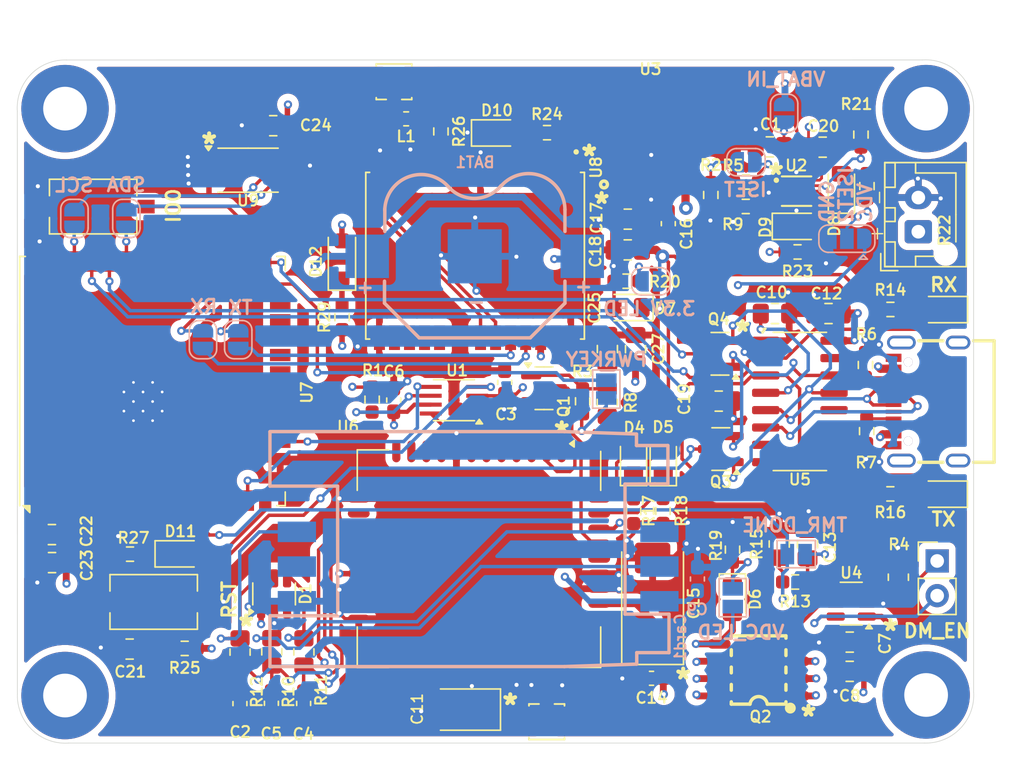
<source format=kicad_pcb>
(kicad_pcb (version 20241229) (generator "pcbnew") (generator_version "9.0")
  (layers (0 "F.Cu" signal) (4 "In1.Cu" signal) (6 "In2.Cu" signal) (2 "B.Cu" signal) (13 "F.Paste" user) (15 "B.Paste" user) (5 "F.SilkS" user "F.Silkscreen") (7 "B.SilkS" user "B.Silkscreen") (1 "F.Mask" user) (3 "B.Mask" user) (25 "Edge.Cuts" user))
  (net 0 "")
  (net 1 "SIM_CARD_GND")
  (net 2 "Net-(U8-V_BACKUP)")
  (net 3 "Net-(JP1-B)")
  (net 4 "SIM_DAT")
  (net 5 "+3.3V")
  (net 6 "SIM_CLK")
  (net 7 "SIM_RST")
  (net 8 "GSM_VDD_2V8")
  (net 9 "VBAT")
  (net 10 "SIM_CARD_VCC")
  (net 11 "Net-(U5-V3)")
  (net 12 "Net-(U6-VRTC)")
  (net 13 "+5V")
  (net 14 "Net-(JP3-A)")
  (net 15 "VDC")
  (net 16 "Net-(U3-FB)")
  (net 17 "ESP_EN")
  (net 19 "SIM_CARD_IO")
  (net 20 "SIM_CARD_CLK")
  (net 22 "SIM_CARD_RST")
  (net 24 "Net-(D2-A)")
  (net 25 "ESP_RX")
  (net 26 "Net-(D3-A)")
  (net 27 "ESP_TX")
  (net 28 "Net-(D4-A)")
  (net 29 "Net-(D4-K)")
  (net 30 "Net-(D5-K)")
  (net 31 "Net-(D5-A)")
  (net 32 "Net-(D6-K)")
  (net 33 "Net-(D7-A)")
  (net 34 "Net-(D8-K)")
  (net 35 "Net-(D8-A)")
  (net 36 "PG")
  (net 37 "Net-(D9-A)")
  (net 38 "Net-(D10-A)")
  (net 39 "Net-(D11-K)")
  (net 40 "Net-(D11-A)")
  (net 41 "Net-(D12-K)")
  (net 42 "Net-(U6-GSM_ANT)")
  (net 43 "Net-(U8-RF_IN)")
  (net 44 "Net-(JP2-B)")
  (net 45 "Net-(JP2-A)")
  (net 46 "TIMER_DONE")
  (net 47 "Net-(JP4-B)")
  (net 48 "Net-(JP5-C)")
  (net 49 "GSM_PWRKEY")
  (net 50 "Net-(JP6-B)")
  (net 51 "Net-(JP7-A)")
  (net 52 "GPS_RX")
  (net 53 "GPS_TX")
  (net 54 "Net-(JP8-A)")
  (net 55 "SDA2")
  (net 56 "SDA")
  (net 57 "SCL")
  (net 58 "SCL2")
  (net 59 "Net-(L1-Pad2)")
  (net 60 "Net-(Q1-B)")
  (net 61 "Net-(Q1-C)")
  (net 62 "Net-(Q2-G)")
  (net 63 "Net-(Q3-S)")
  (net 64 "Net-(Q3-G)")
  (net 65 "ESP_I0")
  (net 66 "Net-(U1-OE)")
  (net 67 "Net-(U4-DELAY{slash}M_DRV)")
  (net 68 "Net-(USB1-CC2)")
  (net 69 "Net-(USB1-CC1)")
  (net 70 "Net-(U2-PRETERM)")
  (net 71 "Net-(U2-TS)")
  (net 72 "Net-(U8-TIMEPULSE)")
  (net 73 "Net-(U8-VCC_RF)")
  (net 74 "GSM_RX")
  (net 75 "Net-(U1-B2)")
  (net 76 "Net-(U1-B1)")
  (net 77 "GSM_TX")
  (net 81 "Net-(U5-UD+)")
  (net 86 "Net-(U5-UD-)")
  (footprint "Capacitor_SMD:C_0805_2012Metric_Pad1.18x1.45mm_HandSolder" (layer "F.Cu") (at 149.2075 111.06)
    (property "Reference" "C10")
    (property "Value" "0.1uF")
  )
  (footprint "Capacitor_SMD:C_0603_1608Metric_Pad1.08x0.95mm_HandSolder" (layer "F.Cu") (at 129.42 116.1 -90)
    (property "Reference" "C3")
    (property "Value" "100nF")
  )
  (footprint "Connector_PinHeader_2.54mm:PinHeader_1x02_P2.54mm_Vertical" (layer "F.Cu") (at 161.08 129.17)
    (property "Reference" "SW1" (hide yes))
    (property "Value" "SW_Push")
  )
  (footprint "Inductor_SMD:L_0603_1608Metric_Pad1.05x0.95mm_HandSolder" (layer "F.Cu") (at 122.21 96.8075)
    (property "Reference" "L1")
    (property "Value" "27uH")
  )
  (footprint "LED_SMD:LED_0805_2012Metric_Pad1.15x1.40mm_HandSolder" (layer "F.Cu") (at 161.4475 110.77 180)
    (property "Reference" "D2" (hide yes))
    (property "Value" "LED")
  )
  (footprint "Footprint_track:IPEX-SMD_3P-L2.6-W2.6-LS3.0" (layer "F.Cu") (at 121.32 94.49)
    (property "Reference" "J4" (hide yes))
    (property "Value" "CONUFL001-SMD-T")
  )
  (footprint "Capacitor_SMD:C_0805_2012Metric_Pad1.18x1.45mm_HandSolder" (layer "F.Cu") (at 151.59 127.94 90)
    (property "Reference" "C13")
    (property "Value" "100nF")
  )
  (footprint "Footprint_track:SOP-8_L5.0-W4.0-P1.27-LS6.2-BL" (layer "F.Cu") (at 148.01 137.15 90)
    (property "Reference" "Q2")
    (property "Value" "AO4459")
  )
  (footprint "Button_Switch_SMD:SW_Tactile_SPST_NO_Straight_CK_PTS636Sx25SMTRLFS" (layer "F.Cu") (at 99.3 103.23 180)
    (property "Reference" "SW3" (hide yes))
    (property "Value" "SW_Push")
  )
  (footprint "MountingHole:MountingHole_3.2mm_M3_Pad_TopBottom" (layer "F.Cu") (at 160.27 138.98 90)
    (property "Reference" "H2" (hide yes))
    (property "Value" "MountingHole")
  )
  (footprint "Capacitor_SMD:C_0805_2012Metric_Pad1.18x1.45mm_HandSolder" (layer "F.Cu") (at 96.28 127.24 180)
    (property "Reference" "C22")
    (property "Value" "10uF")
  )
  (footprint "Resistor_SMD:R_0603_1608Metric_Pad0.98x0.95mm_HandSolder" (layer "F.Cu") (at 144.51 102.38 -90)
    (property "Reference" "R2")
    (property "Value" "1K")
  )
  (footprint "Resistor_SMD:R_0603_1608Metric_Pad0.98x0.95mm_HandSolder" (layer "F.Cu") (at 150.86 106.55 180)
    (property "Reference" "R23")
    (property "Value" "1.5K")
  )
  (footprint "Package_TO_SOT_SMD:SOT-23-6" (layer "F.Cu") (at 154.79 132.29 180)
    (property "Reference" "U4")
    (property "Value" "TPL5110")
  )
  (footprint "Resistor_SMD:R_0603_1608Metric_Pad0.98x0.95mm_HandSolder" (layer "F.Cu") (at 138.34 108.69 180)
    (property "Reference" "R20")
    (property "Value" "1K")
  )
  (footprint "Capacitor_SMD:C_0805_2012Metric_Pad1.18x1.45mm_HandSolder" (layer "F.Cu") (at 139 113.67 -90)
    (property "Reference" "C27")
    (property "Value" "0.1uF")
  )
  (footprint "Resistor_SMD:R_0805_2012Metric_Pad1.20x1.40mm_HandSolder" (layer "F.Cu") (at 158.24 130.36 90)
    (property "Reference" "R4")
    (property "Value" "22K")
  )
  (footprint "LED_SMD:LED_0805_2012Metric_Pad1.15x1.40mm_HandSolder" (layer "F.Cu") (at 138.855 121.7925 90)
    (property "Reference" "D4")
    (property "Value" "LED")
  )
  (footprint "Connector_JST:JST_XH_B2B-XH-AM_1x02_P2.50mm_Vertical" (layer "F.Cu") (at 159.7 105.07 90)
    (property "Reference" "J3" (hide yes))
    (property "Value" "Battery Connector")
  )
  (footprint "Capacitor_SMD:C_0805_2012Metric_Pad1.18x1.45mm_HandSolder" (layer "F.Cu") (at 145.09 117.47 180)
    (property "Reference" "C19")
    (property "Value" "0.1uF")
  )
  (footprint "Capacitor_SMD:C_0603_1608Metric_Pad1.08x0.95mm_HandSolder" (layer "F.Cu") (at 121.298682 117.39 -90)
    (property "Reference" "C6")
    (property "Value" "100nF")
  )
  (footprint "MountingHole:MountingHole_3.2mm_M3_Pad_TopBottom" (layer "F.Cu") (at 160.27 96.06 90)
    (property "Reference" "H2" (hide yes))
    (property "Value" "MountingHole")
  )
  (footprint "Resistor_SMD:R_0805_2012Metric_Pad1.20x1.40mm_HandSolder" (layer "F.Cu") (at 114.725454 135.83 90)
    (property "Reference" "R11")
    (property "Value" "53")
  )
  (footprint "Capacitor_SMD:C_0603_1608Metric_Pad1.08x0.95mm_HandSolder" (layer "F.Cu") (at 140.17 137.76 180)
    (property "Reference" "C14")
    (property "Value" "100nF")
  )
  (footprint "Capacitor_SMD:C_0805_2012Metric_Pad1.18x1.45mm_HandSolder" (layer "F.Cu") (at 112.48 97.31)
    (property "Reference" "C24")
    (property "Value" "0.1uF")
  )
  (footprint "LED_SMD:LED_0805_2012Metric_Pad1.15x1.40mm_HandSolder" (layer "F.Cu") (at 154.07 101.8575 90)
    (property "Reference" "D8")
    (property "Value" "CHG")
  )
  (footprint "LED_SMD:LED_0805_2012Metric_Pad1.15x1.40mm_HandSolder" (layer "F.Cu") (at 150.8675 104.68)
    (property "Reference" "D9")
    (property "Value" "PGOOD")
  )
  (footprint "Capacitor_SMD:C_0805_2012Metric_Pad1.18x1.45mm_HandSolder" (layer "F.Cu") (at 138.4325 104.15)
    (property "Reference" "C17")
    (property "Value" "0.1uF")
  )
  (footprint "Footprint_track:SOT-223-6_L6.5-W3.5-P1.27-BL" (layer "F.Cu") (at 140.12 98.05)
    (property "Reference" "U3")
    (property "Value" "TPS73733DCQR")
  )
  (footprint "LED_SMD:LED_0805_2012Metric_Pad1.15x1.40mm_HandSolder" (layer "F.Cu") (at 128.8525 97.84)
    (property "Reference" "D10")
    (property "Value" "LED")
  )
  (footprint "Footprint_track:USB-C-SMD_TYPE-C16PIN" (layer "F.Cu") (at 160.25 117.5 90)
    (property "Reference" "USB1" (hide yes))
    (property "Value" "~")
  )
  (footprint "RF_GSM:SIMCom_SIM800C" (layer "F.Cu") (at 127.54 129 -90)
    (property "Reference" "U6" (hide yes))
    (property "Value" "SIM800C")
  )
  (footprint "Resistor_SMD:R_0603_1608Metric_Pad0.98x0.95mm_HandSolder" (layer "F.Cu") (at 117.52 111.33 -90)
    (property "Reference" "R29")
    (property "Value" "1K")
  )
  (footprint "Resistor_SMD:R_0603_1608Metric_Pad0.98x0.95mm_HandSolder" (layer "F.Cu") (at 141.01 125.51 -90)
    (property "Reference" "R18")
    (property "Value" "1K")
  )
  (footprint "LED_SMD:LED_0805_2012Metric_Pad1.15x1.40mm_HandSolder" (layer "F.Cu") (at 161.43 124.28 180)
    (property "Reference" "D3" (hide yes))
    (property "Value" "LED")
  )
  (footprint "Capacitor_SMD:C_0603_1608Metric_Pad1.08x0.95mm_HandSolder" (layer "F.Cu") (at 114.705454 139.6 90)
    (property "Reference" "C4")
    (property "Value" "22pF")
  )
  (footprint "Resistor_SMD:R_0603_1608Metric_Pad0.98x0.95mm_HandSolder" (layer "F.Cu") (at 155.5 97.96 90)
    (property "Reference" "R21")
    (property "Value" "10K")
  )
  (footprint "Capacitor_SMD:C_0603_1608Metric_Pad1.08x0.95mm_HandSolder" (layer "F.Cu") (at 141.4 104.48 90)
    (property "Reference" "C16")
    (property "Value" "10nF")
  )
  (footprint "Package_TO_SOT_SMD:SOT-23" (layer "F.Cu") (at 132.3 116.5275)
    (property "Reference" "Q1")
    (property "Value" "BC848")
  )
  (footprint "LED_SMD:LED_0805_2012Metric_Pad1.15x1.40mm_HandSolder" (layer "F.Cu") (at 141.03 121.8 90)
    (property "Reference" "D5")
    (property "Value" "LED")
  )
  (footprint "Capacitor_SMD:C_0805_2012Metric_Pad1.18x1.45mm_HandSolder" (layer "F.Cu") (at 153.1275 111.06 180)
    (property "Reference" "C12")
    (property "Value" "10uF")
  )
  (footprint "Capacitor_SMD:C_0805_2012Metric_Pad1.18x1.45mm_HandSolder" (layer "F.Cu") (at 138.43 106.4)
    (property "Reference" "C18")
    (property "Value" "10uF")
  )
  (footprint "Resistor_SMD:R_0805_2012Metric_Pad1.20x1.40mm_HandSolder" (layer "F.Cu") (at 112.375454 135.82 90)
    (property "Reference" "R10")
    (property "Value" "53")
  )
  (footprint "Diode_SMD:D_SOD-123F" (layer "F.Cu") (at 117.51 107.1375 90)
    (property "Reference" "D12")
    (property "Value" "1N4001")
  )
  (footprint "Capacitor_SMD:C_0805_2012Metric_Pad1.18x1.45mm_HandSolder" (layer "F.Cu") (at 101.97 135.62)
    (property "Reference" "C21")
    (property "Value" "0.1uF")
  )
  (footprint "Capacitor_SMD:C_0805_2012Metric_Pad1.18x1.45mm_HandSolder" (layer "F.Cu") (at 136.94 113.66 -90)
    (property "Reference" "C25")
    (property "Value" "10uF")
  )
  (footprint "Resistor_SMD:R_0603_1608Metric_Pad0.98x0.95mm_HandSolder" (layer "F.Cu") (at 106 135.57 180)
    (property "Reference" "R25")
    (property "Value" "1K")
  )
  (footprint "Capacitor_SMD:C_0603_1608Metric_Pad1.08x0.95mm_HandSolder" (layer "F.Cu") (at 110.042954 139.61 90)
    (property "Reference" "C2")
    (property "Value" "22pF")
  )
  (footprint "RF_Module:ESP32-WROOM-32U" (layer "F.Cu") (at 103.64 116 90)
    (property "Reference" "U7" (hide yes))
    (property "Value" "ESP32-WROOM-32")
  )
  (footprint "Resistor_SMD:R_0805_2012Metric_Pad1.20x1.40mm_HandSolder" (layer "F.Cu") (at 110.052954 135.84 90)
    (property "Reference" "R12")
    (property "Value" "53")
  )
  (footprint "Resistor_SMD:R_0603_1608Metric_Pad0.98x0.95mm_HandSolder" (layer "F.Cu") (at 135.13 117.48 90)
    (property "Reference" "R3")
    (property "Value" "4.7K")
  )
  (footprint "Package_SO:SOP-16_3.9x9.9mm_P1.27mm" (layer "F.Cu") (at 151.03 117.495)
    (property "Reference" "U5")
    (property "Value" "CH340C")
  )
  (footprint "Resistor_SMD:R_0603_1608Metric_Pad0.98x0.95mm_HandSolder" (layer "F.Cu") (at 147.0875 101.43 180)
    (property "Reference" "R5")
    (property "Value" "1K")
  )
  (footprint "Package_TO_SOT_SMD:SOT-23" (layer "F.Cu") (at 145.2425 120.98 180)
    (property "Reference" "Q3")
    (property "Value" "BSS138")
  )
  (footprint "Resistor_SMD:R_0603_1608Metric_Pad0.98x0.95mm_HandSolder" (layer "F.Cu") (at 132.52 97.82 180)
    (property "Reference" "R24")
    (property "Value" "1K")
  )
  (footprint "MountingHole:MountingHole_3.2mm_M3_Pad_TopBottom" (layer "F.Cu") (at 97.24 96.06 90)
    (property "Reference" "H2" (hide yes))
    (property "Value" "MountingHole")
  )
  (footprint "Capacitor_SMD:C_0805_2012Metric_Pad1.18x1.45mm_HandSolder" (layer "F.Cu") (at 96.29 129.29 180)
    (property "Reference" "C23")
    (property "Value" "0.1uF")
  )
  (footprint "Resistor_SMD:R_0603_1608Metric_Pad0.98x0.95mm_HandSolder" (layer "F.Cu") (at 155.92 119.665 -90)
    (property "Reference" "R7")
    (property "Value" "5.1k")
  )
  (footprint "Capacitor_SMD:C_0805_2012Metric_Pad1.18x1.45mm_HandSolder" (layer "F.Cu") (at 154.68 135.11)
    (property "Reference" "C7")
    (property "Value" "10uF")
  )
  (footprint "LED_SMD:LED_0805_2012Metric_Pad1.15x1.40mm_HandSolder" (layer "F.Cu") (at 105.69 128.65)
    (property "Reference" "D11")
    (property "Value" "LED")
  )
  (footprint "Package_SO:TSSOP-8_4.4x3mm_P0.65mm" (layer "F.Cu") (at 110.64 100.565)
    (property "Reference" "U9")
    (property "Value" "HK24C32HA-USR-B")
  )
  (footprint "Resistor_SMD:R_0805_2012Metric_Pad1.20x1.40mm_HandSolder" (layer "F.Cu") (at 149.52 127.93 90)
    (property "Reference" "R15")
    (property "Value" "1M")
  )
  (footprint "Capacitor_SMD:C_0603_1608Metric_Pad1.08x0.95mm_HandSolder" (layer "F.Cu") (at 112.345454 139.59 90)
    (property "Reference" "C5")
    (property "Value" "22pF")
  )
  (footprint "Package_SO:SSOP-8_2.95x2.8mm_P0.65mm" (layer "F.Cu") (at 125.71 117.4025 180)
    (property "Reference" "U1")
    (property "Value" "TXS0102DCT")
  )
  (footprint "Resistor_SMD:R_0603_1608Metric_Pad0.98x0.95mm_HandSolder" (layer "F.Cu") (at 157.6525 124.26)
    (property "Reference" "R16")
    (property "Value" "1K")
  )
  (footprint "Resistor_SMD:R_0603_1608Metric_Pad0.98x0.95mm_HandSolder" (layer "F.Cu") (at 157.6575 110.76)
    (property "Reference" "R14")
    (property "Value" "1K")
  )
  (footprint "MountingHole:MountingHole_3.2mm_M3_Pad_TopBottom" (layer "F.Cu") (at 97.24 139.02 90)
    (property "Reference" "H2" (hide yes))
    (property "Value" "MountingHole")
  )
  (footprint "Resistor_SMD:R_0603_1608Metric_Pad0.98x0.95mm_HandSolder" (layer "F.Cu") (at 155.94 101.73 90)
    (property "Reference" "R22")
    (property "Value" "1.5K")
  )
  (footprint "Capacitor_SMD:C_0805_2012Metric_Pad1.18x1.45mm_HandSolder" (layer "F.Cu") (at 154.6775 137.25)
    (property "Reference" "C8")
    (property "Value" "100nF")
  )
  (footprint "Resistor_SMD:R_0603_1608Metric_Pad0.98x0.95mm_HandSolder" (layer "F.Cu") (at 101.9975 128.67 180)
    (property "Reference" "R27")
    (property "Value" "1K")
  )
  (footprint "Resistor_SMD:R_0603_1608Metric_Pad0.98x0.95mm_HandSolder" (layer "F.Cu") (at 155.83 114.825 90)
    (property "Reference" "R6")
    (property "Value" "5.1k")
  )
  (footprint "Resistor_SMD:R_0603_1608Metric_Pad0.98x0.95mm_HandSolder" (layer "F.Cu") (at 124.755 97.73 90)
    (property "Reference" "R26")
    (property "Value" "22")
  )
  (footprint "Button_Switch_SMD:SW_Tactile_SPST_NO_Straight_CK_PTS636Sx25SMTRLFS" (layer "F.Cu") (at 103.73 132.17 180)
    (property "Reference" "SW2" (hide yes))
    (property "Value" "SW_Push")
  )
  (footprint "LED_SMD:LED_0805_2012Metric_Pad1.15x1.40mm_HandSolder" (layer "F.Cu") (at 138.4275 110.62 180)
    (property "Reference" "D7")
    (property "Value" "LED")
  )
  (footprint "LED_SMD:LED_0805_2012Metric_Pad1.15x1.40mm_HandSolder" (layer "F.Cu") (at 146.09 131.9725 -90)
    (property "Reference" "D6")
    (property "Value" "LED")
  )
  (footprint "Footprint_track:XCVR_NEO-6M-GPS" (layer "F.Cu") (at 127.255 106.8275 -90)
    (property "Reference" "U8")
    (property "Value" "NEO-6M-GPS")
  )
  (footprint "Package_TO_SOT_SMD:SOT-23-6" (layer "F.Cu") (at 112.542954 131.58 90)
    (property "Reference" "D1")
    (property "Value" "ESDA6V1-5SC6")
  )
  (footprint "Package_TO_SOT_SMD:SOT-23" (layer "F.Cu") (at 145.1825 114.005 180)
    (property "Reference" "Q4")
    (property "Value" "BSS138")
  )
  (footprint "Capacitor_SMD:C_0805_2012Metric_Pad1.18x1.45mm_HandSolder" (layer "F.Cu") (at 152.7 98.88 180)
    (property "Reference" "C20")
    (property "Value" "10uF")
  )
  (footprint "Footprint_track:IPEX-SMD_3P-L2.6-W2.6-LS3.0" (layer "F.Cu") (at 132.5 140.54 180)
    (property "Reference" "J1" (hide yes))
    (property "Value" "CONUFL001-SMD-T")
  )
  (footprint "Capacitor_Tantalum_SMD:CP_EIA-7343-31_Kemet-D_HandSolder" (layer "F.Cu") (at 140.25 132.16 90)
    (property "Reference" "C15")
    (property "Value" "330uF")
  )
  (footprint "Capacitor_SMD:C_0805_2012Metric_Pad1.18x1.45mm_HandSolder" (layer "F.Cu") (at 148.83 98.86 180)
    (property "Reference" "C1")
    (property "Value" "10uF")
  )
  (footprint "Capacitor_Tantalum_SMD:CP_EIA-3528-12_Kemet-T_HandSolder" (layer "F.Cu") (at 126.47 140.05 180)
    (property "Reference" "C11" (hide yes))
    (property "Value" "4.7uF")
  )
  (footprint "Resistor_SMD:R_0603_1608Metric_Pad0.98x0.95mm_HandSolder" (layer "F.Cu") (at 138.86 125.5275 -90)
    (property "Reference" "R17")
    (property "Value" "1K")
  )
  (footprint "Resistor_SMD:R_0603_1608Metric_Pad0.98x0.95mm_HandSolder" (layer "F.Cu") (at 119.718682 117.36 -90)
    (property "Reference" "R1")
    (property "Value" "1K")
  )
  (footprint "Resistor_SMD:R_0805_2012Metric_Pad1.20x1.40mm_HandSolder" (layer "F.Cu") (at 136.93 117.57 -90)
    (property "Reference" "R8")
    (property "Value" "47K")
  )
  (footprint "Resistor_SMD:R_0603_1608Metric_Pad0.98x0.95mm_HandSolder" (layer "F.Cu") (at 147.0675 103.22 180)
    (property "Reference" "R9")
    (property "Value" "2K")
  )
  (footprint "Resistor_SMD:R_0603_1608Metric_Pad0.98x0.95mm_HandSolder" (layer "F.Cu") (at 150.6825 130.71 180)
    (property "Reference" "R13")
    (property "Value" "10K")
  )
  (footprint "Resistor_SMD:R_0603_1608Metric_Pad0.98x0.95mm_HandSolder" (layer "F.Cu") (at 146.1 128.34 90)
    (property "Reference" "R19")
    (property "Value" "1K")
  )
  (footprint "Footprint_track:WSON-10_L2.0-W2.0-P0.40-BL-EP" (layer "F.Cu") (at 150.7875 102.1 -90)
    (property "Reference" "U2")
    (property "Value" "BQ24040DSQR")
  )
  (footprint "Capacitor_SMD:C_0603_1608Metric_Pad1.08x0.95mm_HandSolder" (layer "B.Cu") (at 143.53 130.49 -90)
    (property "Reference" "C9")
    (property "Value" "100nF")
  )
  (footprint "Jumper:SolderJumper-2_P1.3mm_Open_RoundedPad1.0x1.5mm" (layer "B.Cu") (at 109.92 112.97 90)
    (property "Reference" "JP8" (hide yes))
    (property "Value" "SolderJumper_2_Open")
  )
  (footprint "Jumper:SolderJumper-2_P1.3mm_Open_RoundedPad1.0x1.5mm" (layer "B.Cu") (at 149.88 96.4 -90)
    (property "Reference" "JP1" (hide yes))
    (property "Value" "SolderJumper_2_Open")
  )
  (footprint "Jumper:SolderJumper-2_P1.3mm_Open_RoundedPad1.0x1.5mm" (layer "B.Cu") (at 97.93 104.1 -90)
    (property "Reference" "JP10" (hide yes))
    (property "Value" "SolderJumper_2_Open")
  )
  (footprint "Jumper:SolderJumper-2_P1.3mm_Open_Pad1.0x1.5mm" (layer "B.Cu") (at 150.76 128.67 180)
    (property "Reference" "JP3" (hide yes))
    (property "Value" "SolderJumper_2_Open")
  )
  (footprint "Jumper:SolderJumper-2_P1.3mm_Open_RoundedPad1.0x1.5mm" (layer "B.Cu") (at 101.73 104.1 -90)
    (property "Reference" "JP9" (hide yes))
    (property "Value" "SolderJumper_2_Open")
  )
  (footprint "Jumper:SolderJumper-2_P1.3mm_Open_RoundedPad1.0x1.5mm" (layer "B.Cu") (at 140.12 108.7 180)
    (property "Reference" "JP4" (hide yes))
    (property "Value" "SolderJumper_2_Open")
  )
  (footprint "Jumper:SolderJumper-3_P1.3mm_Open_RoundedPad1.0x1.5mm" (layer "B.Cu") (at 154.47 105.58 180)
    (property "Reference" "JP5" (hide yes))
    (property "Value" "SolderJumper_3_Open")
  )
  (footprint "Footprint_track:BAT-SMD_CR1202" (layer "B.Cu") (at 127.229784 106.870113 180)
    (property "Reference" "BAT1")
    (property "Value" "~")
  )
  (footprint "Footprint_track:SIM-SMD_DS1138-02-06SS4BOR" (layer "B.Cu") (at 127.48 129.58 90)
    (property "Reference" "Card1")
    (property "Value" "DS1138-02-06SS4BOR")
  )
  (footprint "Jumper:SolderJumper-2_P1.3mm_Open_RoundedPad1.0x1.5mm" (layer "B.Cu") (at 107.34 112.97 90)
    (property "Reference" "JP7" (hide yes))
    (property "Value" "SolderJumper_2_Open")
  )
  (footprint "Jumper:SolderJumper-2_P1.3mm_Open_Pad1.0x1.5mm" (layer "B.Cu") (at 136.86 116.59 90)
    (property "Reference" "JP6" (hide yes))
    (property "Value" "SolderJumper_2_Open")
  )
  (footprint "Jumper:SolderJumper-2_P1.3mm_Open_Pad1.0x1.5mm" (layer "B.Cu") (at 146.12 131.86 -90)
    (property "Reference" "J2" (hide yes))
    (property "Value" "Conn_01x02_Socket")
  )
  (footprint "Jumper:SolderJumper-2_P1.3mm_Open_RoundedPad1.0x1.5mm" (layer "B.Cu") (at 147.0875 99.98 180)
    (property "Reference" "JP2" (hide yes))
    (property "Value" "SolderJumper_2_Open")
  )
  (gr_line (start 160.146849 142.5) (end 97.500904 142.5) (stroke (width 0.05)) (layer "Edge.Cuts"))
  (gr_line (start 97.349992 92.5) (end 159.989959 92.496975) (stroke (width 0.05)) (layer "Edge.Cuts"))
  (gr_arc (start 97.500904 142.5) (mid 94.827425 141.529176) (end 93.75 138.896849) (stroke (width 0.05)) (layer "Edge.Cuts"))
  (gr_arc (start 159.999096 92.496849) (mid 162.672575 93.467673) (end 163.75 96.1) (stroke (width 0.05)) (layer "Edge.Cuts"))
  (gr_line (start 93.75 138.896849) (end 93.746847 96.247746) (stroke (width 0.05)) (layer "Edge.Cuts"))
  (gr_arc (start 93.746849 96.250904) (mid 94.717673 93.577425) (end 97.35 92.5) (stroke (width 0.05)) (layer "Edge.Cuts"))
  (gr_arc (start 163.75 138.749096) (mid 162.779176 141.422575) (end 160.146849 142.5) (stroke (width 0.05)) (layer "Edge.Cuts"))
  (gr_line (start 163.75 96.1) (end 163.75 138.749096) (stroke (width 0.05)) (layer "Edge.Cuts"))
  (gr_text "*" (at 135.75 103.94 0) (layer "F.SilkS") (effects (font (size 1.5 1.5) (thickness 0.3) (bold yes)) (justify left bottom)))
  (gr_text "DM_EN" (at 158.51 134.87 0) (layer "F.SilkS") (effects (font (size 1 1) (thickness 0.2) (bold yes)) (justify left bottom)))
  (gr_text "RST" (at 109.84 133.5 90) (layer "F.SilkS") (effects (font (size 1 1) (thickness 0.2) (bold yes)) (justify left bottom)))
  (gr_text "*" (at 150.89 141.47 0) (layer "F.SilkS") (effects (font (size 1.5 1.5) (thickness 0.3) (bold yes)) (justify left bottom)))
  (gr_text "*" (at 109.73 134.87 0) (layer "F.SilkS") (effects (font (size 1.5 1.5) (thickness 0.3) (bold yes)) (justify left bottom)))
  (gr_text "*" (at 146.07 113.31 0) (layer "F.SilkS") (effects (font (size 1.5 1.5) (thickness 0.3) (bold yes)) (justify left bottom)))
  (gr_text "-" (at 157.37 103.25 90) (layer "F.SilkS") (effects (font (size 1 1) (thickness 0.1)) (justify left bottom)))
  (gr_text "+" (at 156.02 105.72 0) (layer "F.SilkS") (effects (font (size 1 1) (thickness 0.1)) (justify left bottom)))
  (gr_text "*" (at 107.02 99.57 0) (layer "F.SilkS") (effects (font (size 1.5 1.5) (thickness 0.3) (bold yes)) (justify left bottom)))
  (gr_text "*" (at 156.89 135.21 0) (layer "F.SilkS") (effects (font (size 1.5 1.5) (thickness 0.3) (bold yes)) (justify left bottom)))
  (gr_text "TX" (at 160.566547 126.7 0) (layer "F.SilkS") (effects (font (size 1 1) (thickness 0.2) (bold yes)) (justify left bottom)))
  (gr_text "*" (at 132.83 120.72 0) (layer "F.SilkS") (effects (font (size 1.5 1.5) (thickness 0.3) (bold yes)) (justify left bottom)))
  (gr_text "*" (at 148.51 101.82 0) (layer "F.SilkS") (effects (font (size 1.5 1.5) (thickness 0.3) (bold yes)) (justify left bottom)))
  (gr_text "IO0" (at 105.76 104.54 90) (layer "F.SilkS") (effects (font (size 1 1) (thickness 0.2) (bold yes)) (justify left bottom)))
  (gr_text "RX" (at 160.4475 109.54 0) (layer "F.SilkS") (effects (font (size 1 1) (thickness 0.2) (bold yes)) (justify left bottom)))
  (gr_text "*" (at 134.84 100.46 0) (layer "F.SilkS") (effects (font (size 1.5 1.5) (thickness 0.3) (bold yes)) (justify left bottom)))
  (gr_text "*" (at 129.06 140.63 0) (layer "F.SilkS") (effects (font (size 1.5 1.5) (thickness 0.3) (bold yes)) (justify left bottom)))
  (gr_text "*" (at 141.72 138.75 0) (layer "F.SilkS") (effects (font (size 1.5 1.5) (thickness 0.3) (bold yes)) (justify left bottom)))
  (gr_text "VDC_LED\n" (at 150.01 134.99 0) (layer "B.SilkS") (effects (font (size 1 1) (thickness 0.2) (bold yes)) (justify left bottom mirror)))
  (gr_text "ISET" (at 148.72 102.58 0) (layer "B.SilkS") (effects (font (size 1 1) (thickness 0.2) (bold yes)) (justify left bottom mirror)))
  (gr_text "RX" (at 108.5 111.14 0) (layer "B.SilkS") (effects (font (size 1 1) (thickness 0.2) (bold yes)) (justify left bottom mirror)))
  (gr_text "+" (at 135.95 109.64 0) (layer "B.SilkS") (effects (font (size 1 1) (thickness 0.2) (bold yes)) (justify left bottom mirror)))
  (gr_text "-" (at 128.1 110.77 0) (layer "B.SilkS") (effects (font (size 1 1) (thickness 0.2) (bold yes)) (justify left bottom mirror)))
  (gr_text "3.3V LED" (at 143.49 111.29 0) (layer "B.SilkS") (effects (font (size 1 1) (thickness 0.2) (bold yes)) (justify left bottom mirror)))
  (gr_text "TMR_DONE" (at 154.61 127.13 0) (layer "B.SilkS") (effects (font (size 1 1) (thickness 0.2) (bold yes)) (justify left bottom mirror)))
  (gr_text "TX" (at 111.08 111.21 0) (layer "B.SilkS") (effects (font (size 1 1) (thickness 0.2) (bold yes)) (justify left bottom mirror)))
  (gr_text "SCL" (at 99.43 102.25 0) (layer "B.SilkS") (effects (font (size 1 1) (thickness 0.2) (bold yes)) (justify left bottom mirror)))
  (gr_text "ISET2" (at 154.985 100.209524 90) (layer "B.SilkS") (effects (font (size 1 1) (thickness 0.2) (bold yes)) (justify left bottom mirror)))
  (gr_text "GND" (at 153.59 101.209524 90) (layer "B.SilkS") (effects (font (size 1 1) (thickness 0.2) (bold yes)) (justify left bottom mirror)))
  (gr_text "VBAT_IN" (at 153.01 94.5 0) (layer "B.SilkS") (effects (font (size 1 1) (thickness 0.2) (bold yes)) (justify left bottom mirror)))
  (gr_text "+" (at 119.96 109.7 0) (layer "B.SilkS") (effects (font (size 1 1) (thickness 0.2) (bold yes)) (justify left bottom mirror)))
  (gr_text "VDC" (at 156.38 101.4 90) (layer "B.SilkS") (effects (font (size 1 1) (thickness 0.2) (bold yes)) (justify left bottom mirror)))
  (gr_text "PWRKEY\n" (at 139.95 115.01 0) (layer "B.SilkS") (effects (font (size 1 1) (thickness 0.2) (bold yes)) (justify left bottom mirror)))
  (gr_text "SDA" (at 103.25 102.22 0) (layer "B.SilkS") (effects (font (size 1 1) (thickness 0.2) (bold yes)) (justify left bottom mirror)))
  (segment (start 138.86 126.44) (end 138.86 127.17) (width 0.25) (layer "F.Cu") (net 1))
  (segment (start 107.605 132.17) (end 108.81 132.17) (width 0.25) (layer "F.Cu") (net 1))
  (segment (start 122.455 99.115) (end 122.52 99.05) (width 0.25) (layer "F.Cu") (net 1))
  (segment (start 127.655 100.8275) (end 127.655 99.265) (width 0.25) (layer "F.Cu") (net 1))
  (segment (start 140.12 102.7) (end 140.14 102.72) (width 0.25) (layer "F.Cu") (net 1))
  (segment (start 130.29 136.85) (end 130.29 138.24) (width 0.4) (layer "F.Cu") (net 1))
  (segment (start 137.665 130.1) (end 137.77 130.205) (width 0.25) (layer "F.Cu") (net 1))
  (segment (start 130.7025 117.4775) (end 130.15 118.03) (width 0.25) (layer "F.Cu") (net 1))
  (segment (start 146.155 103.22) (end 146.155 104.335) (width 0.2) (layer "F.Cu") (net 1))
  (segment (start 136.37 131.26) (end 137.76 131.26) (width 0.25) (layer "F.Cu") (net 1))
  (segment (start 107.7775 101.54) (end 106.29 101.54) (width 0.2) (layer "F.Cu") (net 1))
  (segment (start 106.28 100.89) (end 106.25 100.92) (width 0.2) (layer "F.Cu") (net 1))
  (segment (start 101.085 128.67) (end 101.085 127.395) (width 0.25) (layer "F.Cu") (net 1))
  (segment (start 147.7925 97.5775) (end 147.8 97.57) (width 0.2) (layer "F.Cu") (net 1))
  (segment (start 140.12 101.15) (end 140.12 102.7) (width 0.25) (layer "F.Cu") (net 1))
  (segment (start 117.732 133.4) (end 117.327 132.995) (width 0.25) (layer "F.Cu") (net 1))
  (segment (start 140.25 128.9525) (end 138.5525 128.9525) (width 0.25) (layer "F.Cu") (net 1))
  (segment (start 95.385 107.25) (end 95.385 105.785) (width 0.25) (layer "F.Cu") (net 1))
  (segment (start 146.1275 118.7475) (end 146.14 118.76) (width 0.25) (layer "F.Cu") (net 1))
  (segment (start 149.52 126.93) (end 149.52 125.72) (width 0.25) (layer "F.Cu") (net 1))
  (segment (start 157.39 114.3) (end 157.89 114.3) (width 0.2) (layer "F.Cu") (net 1))
  (segment (start 106.24 99.59) (end 106.23 99.6) (width 0.2) (layer "F.Cu") (net 1))
  (segment (start 95.2525 129.29) (end 95.2525 130.7075) (width 0.25) (layer "F.Cu") (net 1))
  (segment (start 146.1 127.4275) (end 146.1 126.33) (width 0.25) (layer "F.Cu") (net 1))
  (segment (start 149.8575 102.1) (end 148.865764 102.1) (width 0.2) (layer "F.Cu") (net 1))
  (segment (start 139.4525 110.62) (end 140.69 110.62) (width 0.25) (layer "F.Cu") (net 1))
  (segment (start 156.83 121.92) (end 156.83 121.22) (width 0.25) (layer "F.Cu") (net 1))
  (segment (start 140.12 99.48) (end 140.15 99.45) (width 0.25) (layer "F.Cu") (net 1))
  (segment (start 131.39 136.85) (end 131.39 138.24) (width 0.4) (layer "F.Cu") (net 1))
  (segment (start 122.455 100.8275) (end 122.455 99.115) (width 0.25) (layer "F.Cu") (net 1))
  (segment (start 126.73 97.84) (end 126.7 97.81) (width 0.25) (layer "F.Cu") (net 1))
  (segment (start 152.46 135.11) (end 152.43 135.14) (width 0.25) (layer "F.Cu") (net 1))
  (segment (start 149.52 125.72) (end 149.53 125.71) (width 0.25) (layer "F.Cu") (net 1))
  (segment (start 138.86 127.17) (end 138.35 127.68) (width 0.25) (layer "F.Cu") (net 1))
  (segment (start 153.6425 135.11) (end 152.46 135.11) (width 0.25) (layer "F.Cu") (net 1))
  (segment (start 156.82 113.33) (end 156.86 113.37) (width 0.2) (layer "F.Cu") (net 1))
  (segment (start 144.51 104.22) (end 144.48 104.25) (width 0.2) (layer "F.Cu") (net 1))
  (segment (start 112.542954 132.7175) (end 112.542954 133.702954) (width 0.25) (layer "F.Cu") (net 1))
  (segment (start 95.2425 129.28) (end 95.2525 129.29) (width 0.25) (layer "F.Cu") (net 1))
  (segment (start 156.86 113.77) (end 157.39 114.3) (width 0.2) (layer "F.Cu") (net 1))
  (segment (start 95.425 103.23) (end 95.425 101.915) (width 0.25) (layer "F.Cu") (net 1))
  (segment (start 136.34 130.1) (end 137.665 130.1) (width 0.25) (layer "F.Cu") (net 1))
  (segment (start 138.5525 128.9525) (end 138.41 128.81) (width 0.25) (layer "F.Cu") (net 1))
  (segment (start 150.7875 102.1) (end 150.7875 100.7275) (width 0.25) (layer "F.Cu") (net 1))
  (segment (start 131.3625 117.4775) (end 130.7025 117.4775) (width 0.25) (layer "F.Cu") (net 1))
  (segment (start 150.245 111.06) (end 150.245 109.585) (width 0.25) (layer "F.Cu") (net 1))
  (segment (start 150.245 109.585) (end 150.17 109.51) (width 0.25) (layer "F.Cu") (net 1))
  (segment (start 140.69 110.62) (end 140.78 110.71) (width 0.25) (layer "F.Cu") (net 1))
  (segment (start 101.085 127.395) (end 101.13 127.35) (width 0.25) (layer "F.Cu") (net 1))
  (segment (start 112.542954 133.702954) (end 112.56 133.72) (width 0.25) (layer "F.Cu") (net 1))
  (segment (start 139.3075 137.76) (end 138.04 137.76) (width 0.25) (layer "F.Cu") (net 1))
  (segment (start 147.81 113.05) (end 146.99 113.87) (width 0.25) (layer "F.Cu") (net 1))
  (segment (start 108.81 132.17) (end 108.83 132.15) (width 0.25) (layer "F.Cu") (net 1))
  (segment (start 129.38 118.07) (end 129.18651 118.07) (width 0.25) (layer "F.Cu") (net 1))
  (segment (start 124.8425 140.05) (end 123.43 140.05) (width 0.4) (layer "F.Cu") (net 1))
  (segment (start 95.2525 130.7075) (end 95.21 130.75) (width 0.25) (layer "F.Cu") (net 1))
  (segment (start 146.1 126.33) (end 146.11 126.32) (width 0.25) (layer "F.Cu") (net 1))
  (segment (start 107.7775 100.24) (end 106.25 100.24) (width 0.2) (layer "F.Cu") (net 1))
  (segment (start 129.18651 118.07) (end 128.84401 117.7275) (width 0.25) (layer "F.Cu") (net 1))
  (segment (start 153.64 137.25) (end 153.64 138.71) (width 0.25) (layer "F.Cu") (net 1))
  (segment (start 127.41 117.7275) (end 128.84401 117.7275) (width 0.25) (layer "F.Cu") (net 1))
  (segment (start 150.7875 102.1) (end 150.7875 103.5125) (width 0.25) (layer "F.Cu") (net 1))
  (segment (start 137.76 131.26) (end 137.8 131.22) (width 0.25) (layer "F.Cu") (net 1))
  (segment (start 144.51 103.2925) (end 144.51 104.22) (width 0.2) (layer "F.Cu") (net 1))
  (segment (start 125.89 119.82) (end 125.89 121.15) (width 0.25) (layer "F.Cu") (net 1))
  (segment (start 118.74 124.6) (end 117.34 124.6) (width 0.25) (layer "F.Cu") (net 1))
  (segment (start 126.99 138.3) (end 127.02 138.33) (width 0.4) (layer "F.Cu") (net 1))
  (segment (start 117.397 131.2) (end 117.327 131.27) (width 0.25) (layer "F.Cu") (net 1))
  (segment (start 120.255 100.8275) (end 120.255 99.165) (width 0.25) (layer "F.Cu") (net 1))
  (segment (start 95.385 105.785) (end 95.38 105.78) (width 0.25) (layer "F.Cu") (net 1))
  (segment (start 151.59 125.61) (end 151.67 125.53) (width 0.25) (layer "F.Cu") (net 1))
  (segment (start 107.7775 100.89) (end 106.28 100.89) (width 0.2) (layer "F.Cu") (net 1))
  (segment (start 148.53 113.05) (end 147.81 113.05) (width 0.25) (layer "F.Cu") (net 1))
  (segment (start 127.8275 97.84) (end 126.73 97.84) (width 0.25) (layer "F.Cu") (net 1))
  (segment (start 133.59 138.23) (end 133.63 138.27) (width 0.4) (layer "F.Cu") (net 1))
  (segment (start 111.4425 97.31) (end 110.21 97.31) (width 0.25) (layer "F.Cu") (net 1))
  (segment (start 141.01 126.4225) (end 142.7775 126.4225) (width 0.25) (layer "F.Cu") (net 1))
  (segment (start 120.255 112.8275) (end 119.3025 112.8275) (width 0.25) (layer "F.Cu") (net 1))
  (segment (start 156.83 121.22) (end 157.35 120.7) (width 0.25) (layer "F.Cu") (net 1))
  (segment (start 95.425 101.915) (end 95.25 101.74) (width 0.25) (layer "F.Cu") (net 1))
  (segment (start 138.04 137.76) (end 138.03 137.77) (width 0.25) (layer "F.Cu") (net 1))
  (segment (start 118.74 133.4) (end 117.732 133.4) (width 0.25) (layer "F.Cu") (net 1))
  (segment (start 136.34 131.23) (end 136.37 131.26) (width 0.25) (layer "F.Cu") (net 1))
  (segment (start 131.39 138.24) (end 131.38 138.25) (width 0.4) (layer "F.Cu") (net 1))
  (segment (start 110.21 97.31) (end 110.18 97.28) (width 0.25) (layer "F.Cu") (net 1))
  (segment (start 100.9325 135.62) (end 99.97 135.62) (width 0.25) (layer "F.Cu") (net 1))
  (segment (start 147.7925 98.86) (end 147.7925 97.5775) (width 0.2) (layer "F.Cu") (net 1))
  (segment (start 150.7875 100.7275) (end 150.77 100.71) (width 0.25) (layer "F.Cu") (net 1))
  (segment (start 155.92 120.5775) (end 155.92 121.67) (width 0.25) (layer "F.Cu") (net 1))
  (segment (start 118.74 131.2) (end 117.397 131.2) (width 0.25) (layer "F.Cu") (net 1))
  (segment (start 158.24 128.22) (end 158.22 128.2) (width 0.25) (layer "F.Cu") (net 1))
  (segment (start 155.92 121.67) (end 155.88 121.71) (width 0.25) (layer "F.Cu") (net 1))
  (segment (start 140.25 128.9525) (end 141.6775 128.9525) (width 0.25) (layer "F.Cu") (net 1))
  (segment (start 121.298682 116.5275) (end 121.7775 116.5275) (width 0.25) (layer "F.Cu") (net 1))
  (segment (start 156.86 113.37) (end 156.86 113.77) (width 0.2) (layer "F.Cu") (net 1))
  (segment (start 142.7775 126.4225) (end 142.83 126.37) (width 0.25) (layer "F.Cu") (net 1))
  (segment (start 141.6775 128.9525) (end 142.73 127.9) (width 0.25) (layer "F.Cu") (net 1))
  (segment (start 120.255 99.165) (end 120.3 99.12) (width 0.25) (layer "F.Cu") (net 1))
  (segment (start 107.7775 99.59) (end 106.24 99.59) (width 0.2) (layer "F.Cu") (net 1))
  (segment (start 95.385 127.0975) (end 95.2425 127.24) (width 0.25) (layer "F.Cu") (net 1))
  (segment (start 148.865764 102.1) (end 148.752707 102.213057) (width 0.2) (layer "F.Cu") (net 1))
  (segment (start 152.09 111.06) (end 152.09 109.72) (width 0.25) (layer "F.Cu") (net 1))
  (segment (start 136.36 104.15) (end 136.31 104.2) (width 0.25) (layer "F.Cu") (net 1))
  (segment (start 126.99 136.85) (end 126.99 138.3) (width 0.4) (layer "F.Cu") (net 1))
  (segment (start 146.1275 117.47) (end 146.1275 118.7475) (width 0.25) (layer "F.Cu") (net 1))
  (segment (start 137.3925 107.5725) (end 137.4 107.58) (width 0.25) (layer "F.Cu") (net 1))
  (segment (start 137.395 104.15) (end 136.36 104.15) (width 0.25) (layer "F.Cu") (net 1))
  (segment (start 117.34 124.6) (end 117.33 124.59) (width 0.25) (layer "F.Cu") (net 1))
  (segment (start 152.09 109.72) (end 152.06 109.69) (width 0.25) (layer "F.Cu") (net 1))
  (segment (start 157.35 120.7) (end 157.89 120.7) (width 0.25) (layer "F.Cu") (net 1))
  (segment (start 150.7875 103.5125) (end 150.78 103.52) (width 0.25) (layer "F.Cu") (net 1))
  (segment (start 127.655 99.265) (end 127.66 99.26) (width 0.25) (layer "F.Cu") (net 1))
  (segment (start 133.59 136.85) (end 133.59 138.23) (width 0.4) (layer "F.Cu") (net 1))
  (segment (start 137.3925 106.4) (end 137.3925 107.5725) (width 0.25) (layer "F.Cu") (net 1))
  (segment (start 121.7775 116.5275) (end 122.29 116.015) (width 0.25) (layer "F.Cu") (net 1))
  (segment (start 115.16 100.24) (end 115.17 100.23) (width 0.2) (layer "F.Cu") (net 1))
  (segment (start 123.43 140.05) (end 123.31 140.17) (width 0.4) (layer "F.Cu") (net 1))
  (segment (start 119.3025 112.8275) (end 118.66 113.47) (width 0.25) (layer "F.Cu") (net 1))
  (segment (start 113.5025 100.24) (end 115.16 100.24) (width 0.2) (layer "F.Cu") (net 1))
  (segment (start 155.83 112.99) (end 155.83 113.9125) (width 0.2) (layer "F.Cu") (net 1))
  (segment (start 95.2425 127.24) (end 95.2425 129.28) (width 0.25) (layer "F.Cu") (net 1))
  (segment (start 136.34 131.2) (end 136.34 131.23) (width 0.25) (layer "F.Cu") (net 1))
  (segment (start 140.12 101.15) (end 140.12 99.48) (width 0.25) (layer "F.Cu") (net 1))
  (segment (start 158.24 129.36) (end 158.24 128.22) (width 0.25) (layer "F.Cu") (net 1))
  (segment (start 155.9275 132.29) (end 157.13 132.29) (width 0.25) (layer "F.Cu") (net 1))
  (segment (start 151.59 126.9025) (end 151.59 125.61) (width 0.25) (layer "F.Cu") (net 1))
  (segment (start 99.97 135.62) (end 99.86 135.51) (width 0.25) (layer "F.Cu") (net 1))
  (segment (start 106.25 100.24) (end 106.24 100.25) (width 0.2) (layer "F.Cu") (net 1))
  (segment (start 95.385 124.75) (end 95.385 127.0975) (width 0.25) (layer "F.Cu") (net 1))
  (segment (start 146.155 104.335) (end 146.14 104.35) (width 0.2) (layer "F.Cu") (net 1))
  (via (at 110.18 97.28) (size 0.6) (drill 0.3) (layers "F.Cu" "B.Cu") (net 1))
  (via (at 122.52 99.05) (size 0.6) (drill 0.3) (layers "F.Cu" "B.Cu") (net 1))
  (via (at 146.14 118.76) (size 0.6) (drill 0.3) (layers "F.Cu" "B.Cu") (net 1))
  (via (at 150.17 109.51) (size 0.6) (drill 0.3) (layers "F.Cu" "B.Cu") (net 1))
  (via (at 126.7 97.81) (size 0.6) (drill 0.3) (layers "F.Cu" "B.Cu") (net 1))
  (via (at 117.33 124.59) (size 0.6) (drill 0.3) (layers "F.Cu" "B.Cu") (net 1))
  (via (at 127.355692 109.394308) (size 0.6) (drill 0.3) (layers "F.Cu" "B.Cu") (net 1))
  (via (at 117.327 132.995) (size 0.6) (drill 0.3) (layers "F.Cu" "B.Cu") (net 1))
  (via (at 149.53 125.71) (size 0.6) (drill 0.3) (layers "F.Cu" "B.Cu") (net 1))
  (via (at 157.13 132.29) (size 0.6) (drill 0.3) (layers "F.Cu" "B.Cu") (net 1))
  (via (at 136.31 104.2) (size 0.6) (drill 0.3) (layers "F.Cu" "B.Cu") (net 1))
  (via (at 140.15 99.45) (size 0.6) (drill 0.3) (layers "F.Cu" "B.Cu") (net 1))
  (via (at 146.99 113.87) (size 0.6) (drill 0.3) (layers "F.Cu" "B.Cu") (net 1))
  (via (at 124.760692 106.799308) (size 0.6) (drill 0.3) (layers "F.Cu" "B.Cu") (net 1))
  (via (at 106.25 100.92) (size 0.6) (drill 0.3) (layers "F.Cu" "B.Cu") (net 1))
  (via (at 127.66 99.26) (size 0.6) (drill 0.3) (layers "F.Cu" "B.Cu") (net 1))
  (via (at 130.15 118.03) (size 0.6) (drill 0.3) (layers "F.Cu" "B.Cu") (net 1))
  (via (at 140.14 102.72) (size 0.6) (drill 0.3) (layers "F.Cu" "B.Cu") (net 1))
  (via (at 146.11 126.32) (size 0.6) (drill 0.3) (layers "F.Cu" "B.Cu") (net 1))
  (via (at 155.83 112.99) (size 0.6) (drill 0.3) (layers "F.Cu" "B.Cu") (net 1))
  (via (at 133.63 138.27) (size 0.6) (drill 0.3) (layers "F.Cu" "B.Cu") (net 1))
  (via (at 122.29 116.015) (size 0.6) (drill 0.3) (layers "F.Cu" "B.Cu") (net 1))
  (via (at 153.64 138.71) (size 0.6) (drill 0.3) (layers "F.Cu" "B.Cu") (net 1))
  (via (at 95.38 105.78) (size 0.6) (drill 0.3) (layers "F.Cu" "B.Cu") (net 1))
  (via (at 159.67 101.18) (size 0.6) (drill 0.3) (layers "F.Cu" "B.Cu") (net 1))
  (via (at 143.57 128.28) (size 0.6) (drill 0.3) (layers "F.Cu" "B.Cu") (net 1))
  (via (at 118.66 113.47) (size 0.6) (drill 0.3) (layers "F.Cu" "B.Cu") (net 1))
  (via (at 115.17 100.23) (size 0.6) (drill 0.3) (layers "F.Cu" "B.Cu") (net 1))
  (via (at 129.38 118.07) (size 0.6) (drill 0.3) (layers "F.Cu" "B.Cu") (net 1))
  (via (at 130.28 106.9) (size 0.6) (drill 0.3) (layers "F.Cu" "B.Cu") (net 1))
  (via (at 106.29 101.54) (size 0.6) (drill 0.3) (layers "F.Cu" "B.Cu") (net 1))
  (via (at 101.13 127.35) (size 0.6) (drill 0.3) (layers "F.Cu" "B.Cu") (net 1))
  (via (at 151.67 125.53) (size 0.6) (drill 0.3) (layers "F.Cu" "B.Cu") (net 1))
  (via (at 120.3 99.12) (size 0.6) (drill 0.3) (layers "F.Cu" "B.Cu") (net 1))
  (via (at 147.8 97.57) (size 0.6) (drill 0.3) (layers "F.Cu" "B.Cu") (net 1))
  (via (at 95.21 130.75) (size 0.6) (drill 0.3) (layers "F.Cu" "B.Cu") (net 1))
  (via (at 158.22 128.2) (size 0.6) (drill 0.3) (layers "F.Cu" "B.Cu") (net 1))
  (via (at 152.43 135.14) (size 0.6) (drill 0.3) (layers "F.Cu" "B.Cu") (net 1))
  (via (at 156.83 121.92) (size 0.6) (drill 0.3) (layers "F.Cu" "B.Cu") (net 1))
  (via (at 150.77 100.71) (size 0.6) (drill 0.3) (layers "F.Cu" "B.Cu") (net 1))
  (via (at 138.41 128.81) (size 0.6) (drill 0.3) (layers "F.Cu" "B.Cu") (net 1))
  (via (at 106.23 99.6) (size 0.6) (drill 0.3) (layers "F.Cu" "B.Cu") (net 1))
  (via (at 125.89 119.82) (size 0.6) (drill 0.3) (layers "F.Cu" "B.Cu") (net 1))
  (via (at 99.86 135.51) (size 0.6) (drill 0.3) (layers "F.Cu" "B.Cu") (net 1))
  (via (at 137.8 131.22) (size 0.6) (drill 0.3) (layers "F.Cu" "B.Cu") (net 1))
  (via (at 131.38 138.25) (size 0.6) (drill 0.3) (layers "F.Cu" "B.Cu") (net 1))
  (via (at 152.94 107.38) (size 0.6) (drill 0.3) (layers "F.Cu" "B.Cu") (net 1))
  (via (at 148.752707 102.213057) (size 0.6) (drill 0.3) (layers "F.Cu" "B.Cu") (net 1))
  (via (at 144.48 104.25) (size 0.6) (drill 0.3) (layers "F.Cu" "B.Cu") (net 1))
  (via (at 117.327 131.27) (size 0.6) (drill 0.3) (layers "F.Cu" "B.Cu") (net 1))
  (via (at 155.88 121.71) (size 0.6) (drill 0.3) (layers "F.Cu" "B.Cu") (net 1))
  (via (at 138.03 137.77) (size 0.6) (drill 0.3) (layers "F.Cu" "B.Cu") (net 1))
  (via (at 140.78 110.71) (size 0.6) (drill 0.3) (layers "F.Cu" "B.Cu") (net 1))
  (via (at 108.83 132.15) (size 0.6) (drill 0.3) (layers "F.Cu" "B.Cu") (net 1))
  (via (at 110.677954 132.51) (size 0.6) (drill 0.3) (layers "F.Cu" "B.Cu") (net 1))
  (via (at 123.31 140.17) (size 0.6) (drill 0.3) (layers "F.Cu" "B.Cu") (net 1))
  (via (at 106.24 100.25) (size 0.6) (drill 0.3) (layers "F.Cu" "B.Cu") (net 1))
  (via (at 112.56 133.72) (size 0.6) (drill 0.3) (layers "F.Cu" "B.Cu") (net 1))
  (via (at 127.02 138.33) (size 0.6) (drill 0.3) (layers "F.Cu" "B.Cu") (net 1))
  (via (at 156.82 113.33) (size 0.6) (drill 0.3) (layers "F.Cu" "B.Cu") (net 1))
  (via (at 142.73 127.9) (size 0.6) (drill 0.3) (layers "F.Cu" "B.Cu") (net 1))
  (via (at 130.29 138.24) (size 0.6) (drill 0.3) (layers "F.Cu" "B.Cu") (net 1))
  (via (at 142.83 126.37) (size 0.6) (drill 0.3) (layers "F.Cu" "B.Cu") (net 1))
  (via (at 146.14 104.35) (size 0.6) (drill 0.3) (layers "F.Cu" "B.Cu") (net 1))
  (via (at 137.4 107.58) (size 0.6) (drill 0.3) (layers "F.Cu" "B.Cu") (net 1))
  (via (at 95.25 101.74) (size 0.6) (drill 0.3) (layers "F.Cu" "B.Cu") (net 1))
  (via (at 137.77 130.205) (size 0.6) (drill 0.3) (layers "F.Cu" "B.Cu") (net 1))
  (via (at 138.35 127.68) (size 0.6) (drill 0.3) (layers "F.Cu" "B.Cu") (net 1))
  (via (at 127.26 104.03) (size 0.6) (drill 0.3) (layers "F.Cu" "B.Cu") (net 1))
  (via (at 161.34 102.63) (size 0.6) (drill 0.3) (layers "F.Cu" "B.Cu") (net 1))
  (via (at 152.06 109.69) (size 0.6) (drill 0.3) (layers "F.Cu" "B.Cu") (net 1))
  (via (at 150.78 103.52) (size 0.6) (drill 0.3) (layers "F.Cu" "B.Cu") (net 1))
  (segment (start 127.229784 109.2684) (end 127.355692 109.394308) (width 0.25) (layer "B.Cu") (net 1))
  (segment (start 127.229784 106.870113) (end 127.229784 109.2684) (width 0.25) (layer "B.Cu") (net 1))
  (segment (start 152.94 105.81) (end 153.17 105.58) (width 0.2) (layer "B.Cu") (net 1))
  (segment (start 114.21 132.12) (end 111.067954 132.12) (width 0.25) (layer "B.Cu") (net 1))
  (segment (start 127.229784 106.870113) (end 127.229784 104.060216) (width 0.25) (layer "B.Cu") (net 1))
  (segment (start 127.229784 106.870113) (end 130.250113 106.870113) (width 0.25) (layer "B.Cu") (net 1))
  (segment (start 124.831497 106.870113) (end 124.760692 106.799308) (width 0.25) (layer "B.Cu") (net 1))
  (segment (start 143.53 129.6275) (end 143.53 128.32) (width 0.25) (layer "B.Cu") (net 1))
  (segment (start 130.250113 106.870113) (end 130.28 106.9) (width 0.25) (layer "B.Cu") (net 1))
  (segment (start 152.94 107.38) (end 152.94 105.81) (width 0.2) (layer "B.Cu") (net 1))
  (segment (start 127.229784 106.870113) (end 124.831497 106.870113) (width 0.25) (layer "B.Cu") (net 1))
  (segment (start 127.229784 104.060216) (end 127.26 104.03) (width 0.25) (layer "B.Cu") (net 1))
  (segment (start 143.53 128.32) (end 143.57 128.28) (width 0.25) (layer "B.Cu") (net 1))
  (segment (start 111.067954 132.12) (end 110.677954 132.51) (width 0.25) (layer "B.Cu") (net 1))
  (segment (start 132.055 112.8275) (end 132.055 114.176) (width 0.5) (layer "F.Cu") (net 2))
  (segment (start 117.52 113.42) (end 117.53 113.43) (width 0.4) (layer "F.Cu") (net 2))
  (segment (start 117.52 112.2425) (end 117.52 113.42) (width 0.4) (layer "F.Cu") (net 2))
  (segment (start 132.055 114.176) (end 132.07 114.191) (width 0.5) (layer "F.Cu") (net 2))
  (via (at 117.53 113.43) (size 0.6) (drill 0.3) (layers "F.Cu" "B.Cu") (net 2))
  (via (at 115.51 107.62) (size 0.6) (drill 0.3) (layers "F.Cu" "B.Cu") (net 2))
  (via (at 133.05 107.07) (size 0.6) (drill 0.3) (layers "F.Cu" "B.Cu") (net 2))
  (via (at 132.07 114.191) (size 0.6) (drill 0.3) (layers "F.Cu" "B.Cu") (net 2))
  (segment (start 135.099784 106.870113) (end 130.76967 102.54) (width 0.5) (layer "B.Cu") (net 2))
  (segment (start 134.899897 107.07) (end 135.099784 106.870113) (width 0.5) (layer "B.Cu") (net 2))
  (segment (start 119.359784 106.810216) (end 119.359784 106.870113) (width 0.5) (layer "B.Cu") (net 2))
  (segment (start 130.76967 102.54) (end 123.63 102.54) (width 0.5) (layer "B.Cu") (net 2))
  (segment (start 123.63 102.54) (end 119.359784 106.810216) (width 0.5) (layer "B.Cu") (net 2))
  (segment (start 119.359784 106.870113) (end 116.259887 106.870113) (width 0.5) (layer "B.Cu") (net 2))
  (segment (start 133.05 107.07) (end 134.899897 107.07) (width 0.5) (layer "B.Cu") (net 2))
  (segment (start 116.259887 106.870113) (end 115.51 107.62) (width 0.5) (layer "B.Cu") (net 2))
  (segment (start 149.8575 98.87) (end 149.8675 98.86) (width 0.2) (layer "F.Cu") (net 3))
  (segment (start 149.8575 101.3) (end 149.8575 98.87) (width 0.2) (layer "F.Cu") (net 3))
  (segment (start 149.8675 97.72) (end 149.8675 98.86) (width 0.2) (layer "F.Cu") (net 3))
  (via (at 149.8675 97.72) (size 0.6) (drill 0.3) (layers "F.Cu" "B.Cu") (net 3))
  (segment (start 149.8675 97.72) (end 149.92 97.6675) (width 0.2) (layer "B.Cu") (net 3))
  (segment (start 149.92 97.09) (end 149.88 97.05) (width 0.2) (layer "B.Cu") (net 3))
  (segment (start 149.92 97.6675) (end 149.92 97.09) (width 0.2) (layer "B.Cu") (net 3))
  (segment (start 116.24 136.605057) (end 116.235057 136.605057) (width 0.25) (layer "F.Cu") (net 4))
  (segment (start 110.052954 138.7375) (end 110.042954 138.7475) (width 0.25) (layer "F.Cu") (net 4))
  (segment (start 115.8 136.17) (end 115.8 128.36) (width 0.25) (layer "F.Cu") (net 4))
  (segment (start 116.235057 136.605057) (end 115.8 136.17) (width 0.25) (layer "F.Cu") (net 4))
  (segment (start 111.3875 137.86) (end 110.3675 136.84) (width 0.25) (layer "F.Cu") (net 4))
  (segment (start 117.36 126.8) (end 118.74 126.8) (width 0.25) (layer "F.Cu") (net 4))
  (segment (start 110.052954 136.84) (end 110.052954 138.7375) (width 0.25) (layer "F.Cu") (net 4))
  (segment (start 110.3675 136.84) (end 110.052954 136.84) (width 0.25) (layer "F.Cu") (net 4))
  (segment (start 115.8 128.36) (end 117.36 126.8) (width 0.25) (layer "F.Cu") (net 4))
  (via (at 111.3875 137.86) (size 0.6) (drill 0.3) (layers "F.Cu" "B.Cu") (net 4))
  (via (at 116.24 136.605057) (size 0.6) (drill 0.3) (layers "F.Cu" "B.Cu") (net 4))
  (segment (start 111.3875 137.86) (end 112.3675 136.88) (width 0.25) (layer "B.Cu") (net 4))
  (segment (start 115.965057 136.88) (end 116.24 136.605057) (width 0.25) (layer "B.Cu") (net 4))
  (segment (start 112.3675 136.88) (end 115.965057 136.88) (width 0.25) (layer "B.Cu") (net 4))
  (segment (start 143.2 108.21) (end 141.86 106.87) (width 0.25) (layer "F.Cu") (net 5))
  (segment (start 141.86 106.87) (end 140.97 106.87) (width 0.25) (layer "F.Cu") (net 5))
  (segment (start 97.3175 126.2175) (end 97.3175 127.24) (width 0.5) (layer "F.Cu") (net 5))
  (segment (start 113.5175 99.575) (end 113.5025 99.59) (width 0.4) (layer "F.Cu") (net 5))
  (segment (start 144.970486 124.26) (end 142.404 121.693514) (width 0.25) (layer "F.Cu") (net 5))
  (segment (start 119.718682 116.4475) (end 118.2975 116.4475) (width 0.25) (layer "F.Cu") (net 5))
  (segment (start 139.47 104.15) (end 139.47 106.3975) (width 0.6) (layer "F.Cu") (net 5))
  (segment (start 140.5 106.4) (end 140.97 106.87) (width 0.6) (layer "F.Cu") (net 5))
  (segment (start 156.74 124.26) (end 144.970486 124.26) (width 0.25) (layer "F.Cu") (net 5))
  (segment (start 129.42 117.0025) (end 129.42 116.9625) (width 0.25) (layer "F.Cu") (net 5))
  (segment (start 142.404 121.693514) (end 142.404 118.734) (width 0.25) (layer "F.Cu") (net 5))
  (segment (start 156.745 110.76) (end 154.195 108.21) (width 0.25) (layer "F.Cu") (net 5))
  (segment (start 138.85 102.64) (end 139.47 103.26) (width 0.6) (layer "F.Cu") (net 5))
  (segment (start 97.3275 130.8075) (end 97.35 130.83) (width 0.5) (layer "F.Cu") (net 5))
  (segment (start 113.5175 95.8025) (end 113.56 95.76) (width 0.4) (layer "F.Cu") (net 5))
  (segment (start 129.42 116.9625) (end 130.2475 116.9625) (width 0.25) (layer "F.Cu") (net 5))
  (segment (start 113.51 97.3175) (end 113.5175 97.31) (width 0.4) (layer "F.Cu") (net 5))
  (segment (start 139.47 106.3975) (end 139.4675 106.4) (width 0.6) (layer "F.Cu") (net 5))
  (segment (start 113.5175 97.31) (end 113.5175 95.8025) (width 0.4) (layer "F.Cu") (net 5))
  (segment (start 96.655 125.555) (end 97.3175 126.2175) (width 0.5) (layer "F.Cu") (net 5))
  (segment (start 138.85 101.15) (end 138.85 102.64) (width 0.6) (layer "F.Cu") (net 5))
  (segment (start 139.4675 106.4) (end 140.5 106.4) (width 0.6) (layer "F.Cu") (net 5))
  (segment (start 127.41 117.0775) (end 129.345 117.0775) (width 0.25) (layer "F.Cu") (net 5))
  (segment (start 106.9125 135.57) (end 107.96 135.57) (width 0.5) (layer "F.Cu") (net 5))
  (segment (start 141.406 117.736) (end 141.406 107.306) (width 0.25) (layer "F.Cu") (net 5))
  (segment (start 133.155 112.8275) (end 133.155 114.175) (width 0.5) (layer "F.Cu") (net 5))
  (segment (start 129.345 117.0775) (end 129.42 117.0025) (width 0.25) (layer "F.Cu") (net 5))
  (segment (start 117.51 105.7375) (end 117.51 104.56) (width 0.4) (layer "F.Cu") (net 5))
  (segment (start 97.3275 129.29) (end 97.3275 130.8075) (width 0.5) (layer "F.Cu") (net 5))
  (segment (start 113.5175 97.31) (end 113.5175 99.575) (width 0.4) (layer "F.Cu") (net 5))
  (segment (start 107.96 135.57) (end 107.97 135.58) (width 0.5) (layer "F.Cu") (net 5))
  (segment (start 141.406 107.306) (end 140.97 106.87) (width 0.25) (layer "F.Cu") (net 5))
  (segment (start 142.404 118.734) (end 141.406 117.736) (width 0.25) (layer "F.Cu") (net 5))
  (segment (start 154.195 108.21) (end 143.2 108.21) (width 0.25) (layer "F.Cu") (net 5))
  (segment (start 133.155 114.175) (end 133.6775 114.6975) (width 0.5) (layer "F.Cu") (net 5))
  (segment (start 136.94 114.6975) (end 138.99 114.6975) (width 0.5) (layer "F.Cu") (net 5))
  (segment (start 138.99 114.6975) (end 139 114.7075) (width 0.5) (layer "F.Cu") (net 5))
  (segment (start 117.51 104.56) (end 117.52 104.55) (width 0.4) (layer "F.Cu") (net 5))
  (segment (start 139.47 103.26) (end 139.47 104.15) (width 0.6) (layer "F.Cu") (net 5))
  (segment (start 118.2975 116.4475) (end 118.27 116.42) (width 0.25) (layer "F.Cu") (net 5))
  (segment (start 139 114.7075) (end 139 116.03) (width 0.5) (layer "F.Cu") (net 5))
  (segment (start 97.3175 127.24) (end 97.3175 129.28) (width 0.5) (layer "F.Cu") (net 5))
  (segment (start 139 116.03) (end 138.98 116.05) (width 0.5) (layer "F.Cu") (net 5))
  (segment (start 130.2475 116.9625) (end 130.75 116.46) (width 0.25) (layer "F.Cu") (net 5))
  (segment (start 133.6775 114.6975) (end 136.94 114.6975) (width 0.5) (layer "F.Cu") (net 5))
  (segment (start 97.3175 129.28) (end 97.3275 129.29) (width 0.5) (layer "F.Cu") (net 5))
  (segment (start 96.655 124.75) (end 96.655 125.555) (width 0.5) (layer "F.Cu") (net 5))
  (via (at 97.35 130.83) (size 0.6) (drill 0.3) (layers "F.Cu" "B.Cu") (net 5))
  (via (at 118.27 116.42) (size 0.6) (drill 0.3) (layers "F.Cu" "B.Cu") (net 5))
  (via (at 107.97 135.58) (size 0.6) (drill 0.3) (layers "F.Cu" "B.Cu") (net 5))
  (via (at 138.98 116.05) (size 0.6) (drill 0.3) (layers "F.Cu" "B.Cu") (net 5))
  (via (at 140.97 106.87) (size 1) (drill 0.5) (layers "F.Cu" "B.Cu") (net 5))
  (via (at 130.75 116.46) (size 0.6) (drill 0.3) (layers "F.Cu" "B.Cu") (net 5))
  (via (at 117.52 104.55) (size 0.6) (drill 0.3) (layers "F.Cu" "B.Cu") (net 5))
  (via (at 113.56 95.76) (size 0.6) (drill 0.3) (layers "F.Cu" "B.Cu") (net 5))
  (segment (start 140.77 108.7) (end 140.77 107.07) (width 0.25) (layer "B.Cu") (net 5))
  (segment (start 140.77 107.07) (end 140.97 106.87) (width 0.25) (layer "B.Cu") (net 5))
  (segment (start 116.542982 138.153451) (end 116.363451 138.153451) (width 0.25) (layer "F.Cu") (net 6))
  (segment (start 114.705454 136.85) (end 114.725454 136.83) (width 0.25) (layer "F.Cu") (net 6))
  (segment (start 116.363451 138.153451) (end 115.04 136.83) (width 0.25) (layer "F.Cu") (net 6))
  (segment (start 116.251 135.484849) (end 116.251 128.749) (width 0.25) (layer "F.Cu") (net 6))
  (segment (start 116.251 128.749) (end 117.1 127.9) (width 0.25) (layer "F.Cu") (net 6))
  (segment (start 115.04 136.83) (end 114.725454 136.83) (width 0.25) (layer "F.Cu") (net 6))
  (segment (start 116.795872 136.029721) (end 116.251 135.484849) (width 0.25) (layer "F.Cu") (net 6))
  (segment (start 114.705454 138.7375) (end 114.705454 136.85) (width 0.25) (layer "F.Cu") (net 6))
  (segment (start 117.1 127.9) (end 118.74 127.9) (width 0.25) (layer "F.Cu") (net 6))
  (via (at 116.795872 136.029721) (size 0.6) (drill 0.3) (layers "F.Cu" "B.Cu") (net 6))
  (via (at 116.542982 138.153451) (size 0.6) (drill 0.3) (layers "F.Cu" "B.Cu") (net 6))
  (segment (start 117.146958 137.614024) (end 116.607531 138.153451) (width 0.25) (layer "B.Cu") (net 6))
  (segment (start 116.795872 136.029721) (end 117.146958 136.380807) (width 0.25) (layer "B.Cu") (net 6))
  (segment (start 116.607531 138.153451) (end 116.542982 138.153451) (width 0.25) (layer "B.Cu") (net 6))
  (segment (start 117.146958 136.380807) (end 117.146958 137.614024) (width 0.25) (layer "B.Cu") (net 6))
  (segment (start 118.74 129) (end 117.23 129) (width 0.25) (layer "F.Cu") (net 7))
  (segment (start 117.506 136.724) (end 116.876275 137.353725) (width 0.25) (layer "F.Cu") (net 7))
  (segment (start 112.375454 136.82) (end 112.7 136.82) (width 0.25) (layer "F.Cu") (net 7))
  (segment (start 112.375454 136.82) (end 112.375454 138.6975) (width 0.25) (layer "F.Cu") (net 7))
  (segment (start 112.375454 138.6975) (end 112.345454 138.7275) (width 0.25) (layer "F.Cu") (net 7))
  (segment (start 116.702 129.528) (end 116.702 134.972) (width 0.25) (layer "F.Cu") (net 7))
  (segment (start 116.702 134.972) (end 117.506 135.776) (width 0.25) (layer "F.Cu") (net 7))
  (segment (start 112.7 136.82) (end 113.78 137.9) (width 0.25) (layer "F.Cu") (net 7))
  (segment (start 117.506 135.776) (end 117.506 136.724) (width 0.25) (layer "F.Cu") (net 7))
  (segment (start 117.23 129) (end 116.702 129.528) (width 0.25) (layer "F.Cu") (net 7))
  (segment (start 116.876275 137.353725) (end 116.521959 137.353725) (width 0.25) (layer "F.Cu") (net 7))
  (via (at 113.78 137.9) (size 0.6) (drill 0.3) (layers "F.Cu" "B.Cu") (net 7))
  (via (at 116.521959 137.353725) (size 0.6) (drill 0.3) (layers "F.Cu" "B.Cu") (net 7))
  (segment (start 116.521959 137.353725) (end 114.326275 137.353725) (width 0.25) (layer "B.Cu") (net 7))
  (segment (start 114.326275 137.353725) (end 113.78 137.9) (width 0.25) (layer "B.Cu") (net 7))
  (segment (start 122.2875 118.2525) (end 122.8125 117.7275) (width 0.3) (layer "F.Cu") (net 8))
  (segment (start 124.01 117.7275) (end 122.8125 117.7275) (width 0.3) (layer "F.Cu") (net 8))
  (segment (start 137.84 126.37) (end 137.41 126.8) (width 0.3) (layer "F.Cu") (net 8))
  (segment (start 121.298682 119.208682) (end 121.32 119.23) (width 0.3) (layer "F.Cu") (net 8))
  (segment (start 121.298682 118.2525) (end 121.298682 119.208682) (width 0.3) (layer "F.Cu") (net 8))
  (segment (start 121.298682 118.2525) (end 122.2875 118.2525) (width 0.3) (layer "F.Cu") (net 8))
  (segment (start 137.41 126.8) (end 136.34 126.8) (width 0.3) (layer "F.Cu") (net 8))
  (via (at 137.84 126.37) (size 0.6) (drill 0.3) (layers "F.Cu" "B.Cu") (net 8))
  (via (at 121.32 119.23) (size 0.6) (drill 0.3) (layers "F.Cu" "B.Cu") (net 8))
  (segment (start 155.715 137.25) (end 155.715 138.745) (width 0.4) (layer "F.Cu") (net 9))
  (segment (start 150.91 137.78) (end 152.21 137.78) (width 0.5) (layer "F.Cu") (net 9))
  (segment (start 152.57 133.24) (end 152.09 133.72) (width 0.25) (layer "F.Cu") (net 9))
  (segment (start 155.977278 102.679778) (end 155.94 102.6425) (width 0.2) (layer "F.Cu") (net 9))
  (segment (start 152.62 100.1) (end 152.63 100.09) (width 0.2) (layer "F.Cu") (net 9))
  (segment (start 152.47 101.3) (end 152.62 101.15) (width 0.2) (layer "F.Cu") (net 9))
  (segment (start 153.6525 133.24) (end 152.57 133.24) (width 0.25) (layer "F.Cu") (net 9))
  (segment (start 149.9475 106.55) (end 148.82 106.55) (width 0.2) (layer "F.Cu") (net 9))
  (segment (start 155.977278 103.586153) (end 155.977278 102.679778) (width 0.2) (layer "F.Cu") (net 9))
  (segment (start 155.7175 137.2475) (end 155.715 137.25) (width 0.4) (layer "F.Cu") (net 9))
  (segment (start 151.7175 101.3) (end 152.47 101.3) (width 0.2) (layer "F.Cu") (net 9))
  (segment (start 157.505 133.735) (end 157.505 134.705) (width 0.4) (layer "F.Cu") (net 9))
  (segment (start 151.6625 99.1225) (end 151.6625 98.88) (width 0.2) (layer "F.Cu") (net 9))
  (segment (start 157.01 133.24) (end 157.505 133.735) (width 0.4) (layer "F.Cu") (net 9))
  (segment (start 155.715 138.745) (end 155.68 138.78) (width 0.4) (layer "F.Cu") (net 9))
  (segment (start 155.9275 133.24) (end 157.01 133.24) (width 0.4) (layer "F.Cu") (net 9))
  (segment (start 150.91 139.05) (end 152.15 139.05) (width 0.5) (layer "F.Cu") (net 9))
  (segment (start 150.91 136.51) (end 152.16 136.51) (width 0.5) (layer "F.Cu") (net 9))
  (segment (start 152.21 137.78) (end 152.22 137.77) (width 0.5) (layer "F.Cu") (net 9))
  (segment (start 152.62 101.15) (end 152.62 100.1) (width 0.2) (layer "F.Cu") (net 9))
  (segment (start 152.15 139.05) (end 152.2 139) (width 0.5) (layer "F.Cu") (net 9))
  (segment (start 155.7175 135.11) (end 155.7175 137.2475) (width 0.4) (layer "F.Cu") (net 9))
  (segment (start 151.6625 98.88) (end 151.6625 97.4275) (width 0.2) (layer "F.Cu") (net 9))
  (segment (start 151.6625 97.4275) (end 151.69 97.4) (width 0.2) (layer "F.Cu") (net 9))
  (segment (start 157.1 135.11) (end 155.7175 135.11) (width 0.4) (layer "F.Cu") (net 9))
  (segment (start 152.63 100.09) (end 151.6625 99.1225) (width 0.2) (layer "F.Cu") (net 9))
  (segment (start 157.505 134.705) (end 157.1 135.11) (width 0.4) (layer "F.Cu") (net 9))
  (via (at 155.68 138.78) (size 0.6) (drill 0.3) (layers "F.Cu" "B.Cu") (net 9))
  (via (at 148.82 106.55) (size 0.6) (drill 0.3) (layers "F.Cu" "B.Cu") (net 9))
  (via (at 152.16 136.51) (size 0.6) (drill 0.3) (layers "F.Cu" "B.Cu") (net 9))
  (via (at 152.22 137.77) (size 0.6) (drill 0.3) (layers "F.Cu" "B.Cu") (net 9))
  (via (at 155.977278 103.586153) (size 0.6) (drill 0.3) (layers "F.Cu" "B.Cu") (net 9))
  (via (at 152.2 139) (size 0.6) (drill 0.3) (layers "F.Cu" "B.Cu") (net 9))
  (via (at 152.09 133.72) (size 0.6) (drill 0.3) (layers "F.Cu" "B.Cu") (net 9))
  (via (at 151.69 97.4) (size 0.6) (drill 0.3) (layers "F.Cu" "B.Cu") (net 9))
  (segment (start 159.57 133.22) (end 161.08 131.71) (width 0.25) (layer "B.Cu") (net 9))
  (segment (start 152.09 133.72) (end 152.59 133.22) (width 0.25) (layer "B.Cu") (net 9))
  (segment (start 152.59 133.22) (end 159.57 133.22) (width 0.25) (layer "B.Cu") (net 9))
  (segment (start 117.337 130.1) (end 117.327 130.09) (width 0.4) (layer "F.Cu") (net 10))
  (segment (start 111.592954 132.7175) (end 111.592954 133.792424) (width 0.4) (layer "F.Cu") (net 10))
  (segment (start 118.74 130.1) (end 117.337 130.1) (width 0.4) (layer "F.Cu") (net 10))
  (segment (start 111.592954 133.792424) (end 111.591399 133.793979) (width 0.4) (layer "F.Cu") (net 10))
  (via (at 117.327 130.09) (size 0.6) (drill 0.3) (layers "F.Cu" "B.Cu") (net 10))
  (via (at 133.83 130.33) (size 0.6) (drill 0.3) (layers "F.Cu" "B.Cu") (net 10))
  (via (at 111.591399 133.793979) (size 0.6) (drill 0.3) (layers "F.Cu" "B.Cu") (net 10))
  (segment (start 140.75 132.12) (end 142.7625 132.12) (width 0.4) (layer "B.Cu") (net 10))
  (segment (start 142.7625 132.12) (end 143.53 131.3525) (width 0.4) (layer "B.Cu") (net 10))
  (segment (start 140.75 132.12) (end 135.62 132.12) (width 0.4) (layer "B.Cu") (net 10))
  (segment (start 135.62 132.12) (end 133.83 130.33) (width 0.4) (layer "B.Cu") (net 10))
  (segment (start 148.53 116.86) (end 149.98 116.86) (width 0.25) (layer "F.Cu") (net 11))
  (segment (start 149.98 116.86) (end 150.17 116.67) (width 0.25) (layer "F.Cu") (net 11))
  (segment (start 148.16 112.21) (end 148.16 111.07) (width 0.25) (layer "F.Cu") (net 11))
  (segment (start 148.16 111.07) (end 148.17 111.06) (width 0.25) (layer "F.Cu") (net 11))
  (via (at 150.17 116.67) (size 0.6) (drill 0.3) (layers "F.Cu" "B.Cu") (net 11))
  (via (at 148.16 112.21) (size 0.6) (drill 0.3) (layers "F.Cu" "B.Cu") (net 11))
  (segment (start 151.64 113.97) (end 149.88 112.21) (width 0.25) (layer "B.Cu") (net 11))
  (segment (start 149.88 112.21) (end 148.16 112.21) (width 0.25) (layer "B.Cu") (net 11))
  (segment (start 151.64 115.2) (end 151.64 113.97) (width 0.25) (layer "B.Cu") (net 11))
  (segment (start 150.17 116.67) (end 151.64 115.2) (width 0.25) (layer "B.Cu") (net 11))
  (segment (start 128.09 136.85) (end 128.09 140.0425) (width 0.4) (layer "F.Cu") (net 12))
  (segment (start 128.09 140.0425) (end 128.0975 140.05) (width 0.4) (layer "F.Cu") (net 12))
  (segment (start 153.53 113.05) (end 154.990501 113.05) (width 0.5) (layer "F.Cu") (net 13))
  (segment (start 157.1 119.9) (end 156.9 120.1) (width 0.6) (layer "F.Cu") (net 13))
  (segment (start 155.23 111.06) (end 155.26 111.03) (width 0.6) (layer "F.Cu") (net 13))
  (segment (start 157.89 115.1) (end 156.93 115.1) (width 0.6) (layer "F.Cu") (net 13))
  (segment (start 157.89 119.9) (end 157.1 119.9) (width 0.6) (layer "F.Cu") (net 13))
  (segment (start 156.93 115.1) (end 156.76 114.93) (width 0.6) (layer "F.Cu") (net 13))
  (segment (start 154.165 111.06) (end 155.23 111.06) (width 0.6) (layer "F.Cu") (net 13))
  (segment (start 154.990501 113.05) (end 155.030254 113.010247) (width 0.5) (layer "F.Cu") (net 13))
  (via (at 156.76 114.93) (size 0.6) (drill 0.3) (layers "F.Cu" "B.Cu") (net 13))
  (via (at 149.94 94.22) (size 0.6) (drill 0.3) (layers "F.Cu" "B.Cu") (net 13))
  (via (at 155.26 111.03) (size 0.6) (drill 0.3) (layers "F.Cu" "B.Cu") (net 13))
  (via (at 156.9 120.1) (size 0.6) (drill 0.3) (layers "F.Cu" "B.Cu") (net 13))
  (via (at 155.030254 113.010247) (size 0.6) (drill 0.3) (layers "F.Cu" "B.Cu") (net 13))
  (segment (start 155.030254 113.010247) (end 155.030254 111.259746) (width 0.5) (layer "B.Cu") (net 13))
  (segment (start 149.94 94.22) (end 149.94 95.69) (width 0.5) (layer "B.Cu") (net 13))
  (segment (start 155.030254 111.259746) (end 155.26 111.03) (width 0.5) (layer "B.Cu") (net 13))
  (segment (start 149.94 95.69) (end 149.88 95.75) (width 0.5) (layer "B.Cu") (net 13))
  (segment (start 151.595 128.9825) (end 151.59 128.9775) (width 0.25) (layer "F.Cu") (net 14))
  (segment (start 152.86 128.68) (end 151.8875 128.68) (width 0.25) (layer "F.Cu") (net 14))
  (segment (start 151.595 130.71) (end 151.595 128.9825) (width 0.25) (layer "F.Cu") (net 14))
  (segment (start 153.6525 131.34) (end 152.225 131.34) (width 0.25) (layer "F.Cu") (net 14))
  (segment (start 152.225 131.34) (end 151.595 130.71) (width 0.25) (layer "F.Cu") (net 14))
  (segment (start 151.8875 128.68) (end 151.59 128.9775) (width 0.25) (layer "F.Cu") (net 14))
  (via (at 152.86 128.68) (size 0.6) (drill 0.3) (layers "F.Cu" "B.Cu") (net 14))
  (segment (start 151.41 128.67) (end 152.85 128.67) (width 0.25) (layer "B.Cu") (net 14))
  (segment (start 152.85 128.67) (end 152.86 128.68) (width 0.25) (layer "B.Cu") (net 14))
  (segment (start 140.25 133.51) (end 140.25 135.3675) (width 0.5) (layer "F.Cu") (net 15))
  (segment (start 138.63 98.4) (end 141.58 98.4) (width 0.6) (layer "F.Cu") (net 15))
  (segment (start 136.34 132.3) (end 139.04 132.3) (width 0.5) (layer "F.Cu") (net 15))
  (segment (start 145.11 137.78) (end 143.48 137.78) (width 0.5) (layer "F.Cu") (net 15))
  (segment (start 143.51 136.51) (end 143.46 136.56) (width 0.5) (layer "F.Cu") (net 15))
  (segment (start 141.0325 136.9725) (end 141.0325 137.76) (width 0.5) (layer "F.Cu") (net 15))
  (segment (start 141.58 98.4) (end 142.66 99.48) (width 0.6) (layer "F.Cu") (net 15))
  (segment (start 145.11 135.24) (end 143.42 135.24) (width 0.5) (layer "F.Cu") (net 15))
  (segment (start 141.0325 138.8825) (end 141.07 138.92) (width 0.5) (layer "F.Cu") (net 15))
  (segment (start 146.09 132.9975) (end 146.09 134.26) (width 0.5) (layer "F.Cu") (net 15))
  (segment (start 140.25 136.19) (end 141.0325 136.9725) (width 0.5) (layer "F.Cu") (net 15))
  (segment (start 139.79 133.05) (end 140.25 133.51) (width 0.5) (layer "F.Cu") (net 15))
  (segment (start 143.56 139.05) (end 143.46 138.95) (width 0.5) (layer "F.Cu") (net 15))
  (segment (start 145.11 139.05) (end 143.56 139.05) (width 0.5) (layer "F.Cu") (net 15))
  (segment (start 139.44 133.4) (end 136.34 133.4) (width 0.5) (layer "F.Cu") (net 15))
  (segment (start 140.25 135.3675) (end 140.25 136.19) (width 0.5) (layer "F.Cu") (net 15))
  (segment (start 137.58 99.45) (end 138.63 98.4) (width 0.6) (layer "F.Cu") (net 15))
  (segment (start 142.66 101.15) (end 142.66 103.22) (width 0.6) (layer "F.Cu") (net 15))
  (segment (start 145.11 136.51) (end 143.51 136.51) (width 0.5) (layer "F.Cu") (net 15))
  (segment (start 139.04 132.3) (end 139.79 133.05) (width 0.5) (layer "F.Cu") (net 15))
  (segment (start 141.0325 137.76) (end 141.0325 138.8825) (width 0.5) (layer "F.Cu") (net 15))
  (segment (start 143.48 137.78) (end 143.47 137.79) (width 0.5) (layer "F.Cu") (net 15))
  (segment (start 146.09 134.26) (end 145.11 135.24) (width 0.5) (layer "F.Cu") (net 15))
  (segment (start 142.66 99.48) (end 142.66 101.15) (width 0.6) (layer "F.Cu") (net 15))
  (segment (start 137.58 101.15) (end 137.58 99.45) (width 0.6) (layer "F.Cu") (net 15))
  (segment (start 139.79 133.05) (end 139.44 133.4) (width 0.5) (layer "F.Cu") (net 15))
  (via (at 146.5 108.98) (size 0.6) (drill 0.3) (layers "F.Cu" "B.Cu") (net 15))
  (via (at 142.69 103.34) (size 1) (drill 0.5) (layers "F.Cu" "B.Cu") (net 15))
  (via (at 143.46 136.56) (size 0.6) (drill 0.3) (layers "F.Cu" "B.Cu") (net 15))
  (via (at 143.46 138.95) (size 0.6) (drill 0.3) (layers "F.Cu" "B.Cu") (net 15))
  (via (at 143.42 135.24) (size 0.6) (drill 0.3) (layers "F.Cu" "B.Cu") (net 15))
  (via (at 143.47 137.79) (size 0.6) (drill 0.3) (layers "F.Cu" "B.Cu") (net 15))
  (via (at 141.07 138.92) (size 0.6) (drill 0.3) (layers "F.Cu" "B.Cu") (net 15))
  (segment (start 146.596 108.884) (end 146.5 108.98) (width 0.25) (layer "B.Cu") (net 15))
  (segment (start 155.77 106.664) (end 153.55 108.884) (width 0.25) (layer "B.Cu") (net 15))
  (segment (start 146.12 132.51) (end 146.12 134.31) (width 0.25) (layer "B.Cu") (net 15))
  (segment (start 145.19 135.24) (end 143.42 135.24) (width 0.25) (layer "B.Cu") (net 15))
  (segment (start 146.12 134.31) (end 145.19 135.24) (width 0.25) (layer "B.Cu") (net 15))
  (segment (start 155.77 105.58) (end 155.77 106.664) (width 0.25) (layer "B.Cu") (net 15))
  (segment (start 153.55 108.884) (end 146.596 108.884) (width 0.25) (layer "B.Cu") (net 15))
  (segment (start 141.39 103.6075) (end 141.4 103.6175) (width 0.6) (layer "F.Cu") (net 16))
  (segment (start 141.39 101.15) (end 141.39 103.6075) (width 0.6) (layer "F.Cu") (net 16))
  (segment (start 112.172 125.826) (end 114.704 125.826) (width 0.25) (layer "F.Cu") (net 17))
  (segment (start 103.0075 135.62) (end 105.0375 135.62) (width 0.25) (layer "F.Cu") (net 17))
  (segment (start 103.0075 135.3225) (end 103.0075 135.62) (width 0.25) (layer "F.Cu") (net 17))
  (segment (start 97.925 124.75) (end 97.925 125.505) (width 0.25) (layer "F.Cu") (net 17))
  (segment (start 114.704 125.826) (end 115.94 124.59) (width 0.25) (layer "F.Cu") (net 17))
  (segment (start 99.855 132.17) (end 103.0075 135.3225) (width 0.25) (layer "F.Cu") (net 17))
  (segment (start 144.0525 120.7275) (end 144.305 120.98) (width 0.25) (layer "F.Cu") (net 17))
  (segment (start 105.0375 135.62) (end 105.0875 135.57) (width 0.25) (layer "F.Cu") (net 17))
  (segment (start 105.0875 132.9105) (end 112.172 125.826) (width 0.25) (layer "F.Cu") (net 17))
  (segment (start 143.03 120.98) (end 144.305 120.98) (width 0.25) (layer "F.Cu") (net 17))
  (segment (start 99.855 127.435) (end 99.855 132.17) (width 0.25) (layer "F.Cu") (net 17))
  (segment (start 144.0525 117.47) (end 144.0525 120.7275) (width 0.25) (layer "F.Cu") (net 17))
  (segment (start 97.925 125.505) (end 99.855 127.435) (width 0.25) (layer "F.Cu") (net 17))
  (segment (start 105.0875 135.57) (end 105.0875 132.9105) (width 0.25) (layer "F.Cu") (net 17))
  (via (at 115.94 124.59) (size 0.6) (drill 0.3) (layers "F.Cu" "B.Cu") (net 17))
  (via (at 143.03 120.98) (size 0.6) (drill 0.3) (layers "F.Cu" "B.Cu") (net 17))
  (segment (start 142.14 122.38) (end 118.15 122.38) (width 0.25) (layer "B.Cu") (net 17))
  (segment (start 118.15 122.38) (end 115.94 124.59) (width 0.25) (layer "B.Cu") (net 17))
  (segment (start 143.03 120.98) (end 143.03 121.49) (width 0.25) (layer "B.Cu") (net 17))
  (segment (start 143.03 121.49) (end 142.14 122.38) (width 0.25) (layer "B.Cu") (net 17))
  (segment (start 108.65 134.85) (end 109.21 134.85) (width 0.25) (layer "F.Cu") (net 19))
  (segment (start 110.052954 131.6725) (end 111.282954 130.4425) (width 0.25) (layer "F.Cu") (net 19))
  (segment (start 109.21 134.85) (end 109.22 134.84) (width 0.25) (layer "F.Cu") (net 19))
  (segment (start 109.22 134.84) (end 110.052954 134.84) (width 0.25) (layer "F.Cu") (net 19))
  (segment (start 110.052954 134.84) (end 110.052954 131.6725) (width 0.25) (layer "F.Cu") (net 19))
  (segment (start 111.282954 130.4425) (end 111.592954 130.4425) (width 0.25) (layer "F.Cu") (net 19))
  (via (at 108.65 134.85) (size 0.6) (drill 0.3) (layers "F.Cu" "B.Cu") (net 19))
  (segment (start 109.74 134.85) (end 110.03 134.56) (width 0.25) (layer "B.Cu") (net 19))
  (segment (start 111.46 127.04) (end 114.21 127.04) (width 0.25) (layer "B.Cu") (net 19))
  (segment (start 108.65 134.85) (end 109.74 134.85) (width 0.25) (layer "B.Cu") (net 19))
  (segment (start 110.03 134.56) (end 110.03 128.47) (width 0.25) (layer "B.Cu") (net 19))
  (segment (start 110.03 128.47) (end 111.46 127.04) (width 0.25) (layer "B.Cu") (net 19))
  (segment (start 113.787954 130.4425) (end 113.492954 130.4425) (width 0.25) (layer "F.Cu") (net 20))
  (segment (start 113.858058 134.788058) (end 113.9 134.83) (width 0.25) (layer "F.Cu") (net 20))
  (segment (start 114.725454 131.38) (end 113.787954 130.4425) (width 0.25) (layer "F.Cu") (net 20))
  (segment (start 113.9 134.83) (end 114.725454 134.83) (width 0.25) (layer "F.Cu") (net 20))
  (segment (start 114.725454 134.83) (end 114.725454 131.38) (width 0.25) (layer "F.Cu") (net 20))
  (segment (start 113.591942 134.788058) (end 113.858058 134.788058) (width 0.25) (layer "F.Cu") (net 20))
  (via (at 113.591942 134.788058) (size 0.6) (drill 0.3) (layers "F.Cu" "B.Cu") (net 20))
  (segment (start 115.73219 133.62) (end 123.00219 133.62) (width 0.25) (layer "B.Cu") (net 20))
  (segment (start 123.00219 133.62) (end 129.58219 127.04) (width 0.25) (layer "B.Cu") (net 20))
  (segment (start 129.58219 127.04) (end 140.75 127.04) (width 0.25) (layer "B.Cu") (net 20))
  (segment (start 113.591942 134.788058) (end 113.623884 134.82) (width 0.25) (layer "B.Cu") (net 20))
  (segment (start 114.53219 134.82) (end 115.73219 133.62) (width 0.25) (layer "B.Cu") (net 20))
  (segment (start 113.623884 134.82) (end 114.53219 134.82) (width 0.25) (layer "B.Cu") (net 20))
  (segment (start 111.72 134.82) (end 112.375454 134.82) (width 0.25) (layer "F.Cu") (net 22))
  (segment (start 111.252954 134.83) (end 111.71 134.83) (width 0.25) (layer "F.Cu") (net 22))
  (segment (start 113.492954 133.7025) (end 113.492954 132.7175) (width 0.25) (layer "F.Cu") (net 22))
  (segment (start 111.71 134.83) (end 111.72 134.82) (width 0.25) (layer "F.Cu") (net 22))
  (segment (start 112.375454 134.82) (end 113.492954 133.7025) (width 0.25) (layer "F.Cu") (net 22))
  (via (at 111.252954 134.83) (size 0.6) (drill 0.3) (layers "F.Cu" "B.Cu") (net 22))
  (segment (start 115.919 134.071) (end 123.189 134.071) (width 0.25) (layer "B.Cu") (net 22))
  (segment (start 113.48 135.56) (end 114.43 135.56) (width 0.25) (layer "B.Cu") (net 22))
  (segment (start 112.75 134.83) (end 113.48 135.56) (width 0.25) (layer "B.Cu") (net 22))
  (segment (start 114.43 135.56) (end 115.919 134.071) (width 0.25) (layer "B.Cu") (net 22))
  (segment (start 123.189 134.071) (end 127.68 129.58) (width 0.25) (layer "B.Cu") (net 22))
  (segment (start 127.68 129.58) (end 140.75 129.58) (width 0.25) (layer "B.Cu") (net 22))
  (segment (start 111.252954 134.83) (end 112.75 134.83) (width 0.25) (layer "B.Cu") (net 22))
  (segment (start 160.4125 110.76) (end 160.4225 110.77) (width 0.25) (layer "F.Cu") (net 24))
  (segment (start 158.57 110.76) (end 160.4125 110.76) (width 0.25) (layer "F.Cu") (net 24))
  (segment (start 142.97 115.74) (end 146.749822 115.74) (width 0.25) (layer "F.Cu") (net 25))
  (segment (start 146.749822 115.74) (end 147.1835 115.306322) (width 0.25) (layer "F.Cu") (net 25))
  (segment (start 142.51 115.28) (end 142.97 115.74) (width 0.25) (layer "F.Cu") (net 25))
  (segment (start 147.530001 114.32) (end 148.53 114.32) (width 0.25) (layer "F.Cu") (net 25))
  (segment (start 148.53 114.32) (end 150.02 114.32) (width 0.25) (layer "F.Cu") (net 25))
  (segment (start 152.13 112.21) (end 161.0325 112.21) (width 0.25) (layer "F.Cu") (net 25))
  (segment (start 147.1835 114.666501) (end 147.530001 114.32) (width 0.25) (layer "F.Cu") (net 25))
  (segment (start 100.49 108.7) (end 100.49 107.275) (width 0.25) (layer "F.Cu") (net 25))
  (segment (start 100.49 107.275) (end 100.465 107.25) (width 0.25) (layer "F.Cu") (net 25))
  (segment (start 147.1835 115.306322) (end 147.1835 114.666501) (width 0.25) (layer "F.Cu") (net 25))
  (segment (start 161.0325 112.21) (end 162.4725 110.77) (width 0.25) (layer "F.Cu") (net 25))
  (segment (start 150.02 114.32) (end 152.13 112.21) (width 0.25) (layer "F.Cu") (net 25))
  (via (at 142.51 115.28) (size 0.6) (drill 0.3) (layers "F.Cu" "B.Cu") (net 25))
  (via (at 100.49 108.7) (size 0.6) (drill 0.3) (layers "F.Cu" "B.Cu") (net 25))
  (segment (start 102.01781 110.85) (end 100.49 109.32219) (width 0.25) (layer "B.Cu") (net 25))
  (segment (start 100.49 109.32219) (end 100.49 108.7) (width 0.25) (layer "B.Cu") (net 25))
  (segment (start 137.332512 110.85) (end 102.01781 110.85) (width 0.25) (layer "B.Cu") (net 25))
  (segment (start 141.762512 115.28) (end 137.332512 110.85) (width 0.25) (layer "B.Cu") (net 25))
  (segment (start 142.51 115.28) (end 141.762512 115.28) (width 0.25) (layer "B.Cu") (net 25))
  (segment (start 160.385 124.26) (end 160.405 124.28) (width 0.25) (layer "F.Cu") (net 26))
  (segment (start 158.565 124.26) (end 160.385 124.26) (width 0.25) (layer "F.Cu") (net 26))
  (segment (start 148.53 115.59) (end 150.03 115.59) (width 0.25) (layer "F.Cu") (net 27))
  (segment (start 147.537632 115.59) (end 147.273816 115.853816) (width 0.25) (layer "F.Cu") (net 27))
  (segment (start 146.936632 116.191) (end 142.941274 116.191) (width 0.25) (layer "F.Cu") (net 27))
  (segment (start 148.53 115.59) (end 147.537632 115.59) (width 0.25) (layer "F.Cu") (net 27))
  (segment (start 99.195 108.665) (end 99.21 108.68) (width 0.25) (layer "F.Cu") (net 27))
  (segment (start 151.01 121.51) (end 152.38 122.88) (width 0.25) (layer "F.Cu") (net 27))
  (segment (start 142.941274 116.191) (end 142.594819 116.537455) (width 0.25) (layer "F.Cu") (net 27))
  (segment (start 150.03 115.59) (end 151.01 116.57) (width 0.25) (layer "F.Cu") (net 27))
  (segment (start 142.594819 116.537455) (end 142.533796 116.537455) (width 0.25) (layer "F.Cu") (net 27))
  (segment (start 152.38 122.88) (end 161.055 122.88) (width 0.25) (layer "F.Cu") (net 27))
  (segment (start 151.01 116.57) (end 151.01 121.51) (width 0.25) (layer "F.Cu") (net 27))
  (segment (start 147.273816 115.853816) (end 146.936632 116.191) (width 0.25) (layer "F.Cu") (net 27))
  (segment (start 161.055 122.88) (end 162.455 124.28) (width 0.25) (layer "F.Cu") (net 27))
  (segment (start 99.195 107.25) (end 99.195 108.665) (width 0.25) (layer "F.Cu") (net 27))
  (via (at 99.21 108.68) (size 0.6) (drill 0.3) (layers "F.Cu" "B.Cu") (net 27))
  (via (at 142.533796 116.537455) (size 0.6) (drill 0.3) (layers "F.Cu" "B.Cu") (net 27))
  (segment (start 142.382157 116.537455) (end 142.533796 116.537455) (width 0.25) (layer "B.Cu") (net 27))
  (segment (start 137.145702 111.301) (end 142.382157 116.537455) (width 0.25) (layer "B.Cu") (net 27))
  (segment (start 101.831 111.301) (end 137.145702 111.301) (width 0.25) (layer "B.Cu") (net 27))
  (segment (start 99.21 108.68) (end 101.831 111.301) (width 0.25) (layer "B.Cu") (net 27))
  (segment (start 137.62 122.0025) (end 138.855 120.7675) (width 0.25) (layer "F.Cu") (net 28))
  (segment (start 136.34 124.6) (end 137.32 124.6) (width 0.25) (layer "F.Cu") (net 28))
  (segment (start 137.62 124.3) (end 137.62 122.0025) (width 0.25) (layer "F.Cu") (net 28))
  (segment (start 137.32 124.6) (end 137.62 124.3) (width 0.25) (layer "F.Cu") (net 28))
  (segment (start 138.855 122.8175) (end 138.855 124.61) (width 0.25) (layer "F.Cu") (net 29))
  (segment (start 138.855 124.61) (end 138.86 124.615) (width 0.25) (layer "F.Cu") (net 29))
  (segment (start 141.03 122.825) (end 141.03 124.5775) (width 0.25) (layer "F.Cu") (net 30))
  (segment (start 141.03 124.5775) (end 141.01 124.5975) (width 0.25) (layer "F.Cu") (net 30))
  (segment (start 140.004 121.801) (end 141.03 120.775) (width 0.25) (layer "F.Cu") (net 31))
  (segment (start 136.4135 125.6265) (end 139.13949 125.6265) (width 0.25) (layer "F.Cu") (net 31))
  (segment (start 136.34 125.7) (end 136.4135 125.6265) (width 0.25) (layer "F.Cu") (net 31))
  (segment (start 140.004 124.76199) (end 140.004 121.801) (width 0.25) (layer "F.Cu") (net 31))
  (segment (start 139.13949 125.6265) (end 140.004 124.76199) (width 0.25) (layer "F.Cu") (net 31))
  (segment (start 146.1 129.2525) (end 146.1 130.9375) (width 0.25) (layer "F.Cu") (net 32))
  (segment (start 147.21 129.26) (end 146.1075 129.26) (width 0.25) (layer "F.Cu") (net 32))
  (segment (start 146.1 130.9375) (end 146.09 130.9475) (width 0.25) (layer "F.Cu") (net 32))
  (segment (start 146.1075 129.26) (end 146.1 129.2525) (width 0.25) (layer "F.Cu") (net 32))
  (via (at 147.21 129.26) (size 0.6) (drill 0.3) (layers "F.Cu" "B.Cu") (net 32))
  (segment (start 146.12 130.35) (end 147.21 129.26) (width 0.25) (layer "B.Cu") (net 32))
  (segment (start 146.12 131.21) (end 146.12 130.35) (width 0.25) (layer "B.Cu") (net 32))
  (segment (start 137.4275 108.69) (end 137.4275 110.595) (width 0.25) (layer "F.Cu") (net 33))
  (segment (start 137.4275 110.595) (end 137.4025 110.62) (width 0.25) (layer "F.Cu") (net 33))
  (segment (start 151.7175 102.1) (end 152.33 102.1) (width 0.2) (layer "F.Cu") (net 34))
  (segment (start 152.33 102.1) (end 153.1125 102.8825) (width 0.2) (layer "F.Cu") (net 34))
  (segment (start 153.1125 102.8825) (end 154.07 102.8825) (width 0.2) (layer "F.Cu") (net 34))
  (segment (start 154.07 100.8325) (end 155.925 100.8325) (width 0.25) (layer "F.Cu") (net 35))
  (segment (start 155.925 100.8325) (end 155.94 100.8175) (width 0.25) (layer "F.Cu") (net 35))
  (segment (start 149.8425 104.68) (end 149.8425 102.915) (width 0.2) (layer "F.Cu") (net 36))
  (segment (start 149.8425 102.915) (end 149.8575 102.9) (width 0.2) (layer "F.Cu") (net 36))
  (segment (start 151.8925 106.43) (end 151.7725 106.55) (width 0.2) (layer "F.Cu") (net 37))
  (segment (start 151.8925 104.68) (end 151.8925 106.43) (width 0.2) (layer "F.Cu") (net 37))
  (segment (start 131.5875 97.84) (end 131.6075 97.82) (width 0.25) (layer "F.Cu") (net 38))
  (segment (start 129.8775 97.84) (end 131.5875 97.84) (width 0.25) (layer "F.Cu") (net 38))
  (segment (start 102.93 128.65) (end 102.91 128.67) (width 0.25) (layer "F.Cu") (net 39))
  (segment (start 104.665 128.65) (end 102.93 128.65) (width 0.25) (layer "F.Cu") (net 39))
  (segment (start 111.895 124.75) (end 111.895 125.46519) (width 0.25) (layer "F.Cu") (net 40))
  (segment (start 108.71019 128.65) (end 106.715 128.65) (width 0.25) (layer "F.Cu") (net 40))
  (segment (start 111.895 125.46519) (end 108.71019 128.65) (width 0.25) (layer "F.Cu") (net 40))
  (segment (start 117.51 110.4075) (end 117.52 110.4175) (width 0.4) (layer "F.Cu") (net 41))
  (segment (start 117.51 108.5375) (end 117.51 110.4075) (width 0.4) (layer "F.Cu") (net 41))
  (segment (start 132.49 136.85) (end 132.49 140.13) (width 0.394767) (layer "F.Cu") (net 42))
  (segment (start 132.49 140.13) (end 132.5 140.14) (width 0.4) (layer "F.Cu") (net 42))
  (segment (start 121.335 100.8075) (end 121.335 96.8075) (width 0.403142) (layer "F.Cu") (net 43))
  (segment (start 121.335 96.8075) (end 121.335 94.905) (width 0.403142) (layer "F.Cu") (net 43))
  (segment (start 121.355 100.8275) (end 121.335 100.8075) (width 0.403142) (layer "F.Cu") (net 43))
  (segment (start 121.335 94.905) (end 121.32 94.89) (width 0.403142) (layer "F.Cu") (net 43))
  (segment (start 144.51 101.4675) (end 144.51 100.38) (width 0.2) (layer "F.Cu") (net 44))
  (segment (start 144.51 100.38) (end 144.5 100.37) (width 0.2) (layer "F.Cu") (net 44))
  (via (at 144.5 100.37) (size 0.6) (drill 0.3) (layers "F.Cu" "B.Cu") (net 44))
  (segment (start 144.5 100.37) (end 144.89 99.98) (width 0.2) (layer "B.Cu") (net 44))
  (segment (start 144.89 99.98) (end 146.4375 99.98) (width 0.2) (layer "B.Cu") (net 44))
  (segment (start 148.85 101.43) (end 149.12 101.7) (width 0.2) (layer "F.Cu") (net 45))
  (segment (start 148 101.43) (end 148.85 101.43) (width 0.2) (layer "F.Cu") (net 45))
  (segment (start 148 100.83) (end 148.71 100.12) (width 0.2) (layer "F.Cu") (net 45))
  (segment (start 148 101.43) (end 148 100.83) (width 0.2) (layer "F.Cu") (net 45))
  (segment (start 149.12 101.7) (end 149.8575 101.7) (width 0.2) (layer "F.Cu") (net 45))
  (via (at 148.71 100.12) (size 0.6) (drill 0.3) (layers "F.Cu" "B.Cu") (net 45))
  (segment (start 147.8775 100.12) (end 147.7375 99.98) (width 0.2) (layer "B.Cu") (net 45))
  (segment (start 148.71 100.12) (end 147.8775 100.12) (width 0.2) (layer "B.Cu") (net 45))
  (segment (start 149.77 129.95) (end 149.77 130.71) (width 0.25) (layer "F.Cu") (net 46))
  (segment (start 107.81 127.27) (end 108.53 127.27) (width 0.25) (layer "F.Cu") (net 46))
  (segment (start 149.52 128.93) (end 149.52 129.7) (width 0.25) (layer "F.Cu") (net 46))
  (segment (start 149.77 130.71) (end 149.77 131.99) (width 0.25) (layer "F.Cu") (net 46))
  (segment (start 106.815 126.275) (end 107.81 127.27) (width 0.25) (layer "F.Cu") (net 46))
  (segment (start 106.815 124.75) (end 106.815 126.275) (width 0.25) (layer "F.Cu") (net 46))
  (segment (start 149.52 129.7) (end 149.77 129.95) (width 0.25) (layer "F.Cu") (net 46))
  (via (at 149.77 131.99) (size 0.6) (drill 0.3) (layers "F.Cu" "B.Cu") (net 46))
  (via (at 108.53 127.27) (size 0.6) (drill 0.3) (layers "F.Cu" "B.Cu") (net 46))
  (segment (start 109.725 127.27) (end 111.565 125.43) (width 0.25) (layer "B.Cu") (net 46))
  (segment (start 150.11 127.32) (end 150.11 128.67) (width 0.25) (layer "B.Cu") (net 46))
  (segment (start 111.565 125.43) (end 148.22 125.43) (width 0.25) (layer "B.Cu") (net 46))
  (segment (start 150.11 129.76) (end 150.11 128.67) (width 0.25) (layer "B.Cu") (net 46))
  (segment (start 149.77 130.1) (end 150.11 129.76) (width 0.25) (layer "B.Cu") (net 46))
  (segment (start 108.53 127.27) (end 109.725 127.27) (width 0.25) (layer "B.Cu") (net 46))
  (segment (start 149.77 131.99) (end 149.77 130.1) (width 0.25) (layer "B.Cu") (net 46))
  (segment (start 148.22 125.43) (end 150.11 127.32) (width 0.25) (layer "B.Cu") (net 46))
  (segment (start 139.2525 108.69) (end 139.2525 107.6275) (width 0.25) (layer "F.Cu") (net 47))
  (segment (start 139.2525 107.6275) (end 139.25 107.625) (width 0.25) (layer "F.Cu") (net 47))
  (via (at 139.25 107.625) (size 0.6) (drill 0.3) (layers "F.Cu" "B.Cu") (net 47))
  (segment (start 139.25 107.625) (end 139.25 108.48) (width 0.25) (layer "B.Cu") (net 47))
  (segment (start 139.25 108.48) (end 139.47 108.7) (width 0.25) (layer "B.Cu") (net 47))
  (segment (start 152.0845 102.5) (end 153.5445 103.96) (width 0.2) (layer "F.Cu") (net 48))
  (segment (start 153.5445 103.96) (end 155.27 103.96) (width 0.2) (layer "F.Cu") (net 48))
  (segment (start 151.7175 102.5) (end 152.0845 102.5) (width 0.2) (layer "F.Cu") (net 48))
  (via (at 155.27 103.96) (size 0.6) (drill 0.3) (layers "F.Cu" "B.Cu") (net 48))
  (segment (start 154.47 104.76) (end 155.27 103.96) (width 0.2) (layer "B.Cu") (net 48))
  (segment (start 154.47 105.58) (end 154.47 104.76) (width 0.2) (layer "B.Cu") (net 48))
  (segment (start 135.06 119.65) (end 135.06 118.4625) (width 0.25) (layer "F.Cu") (net 49))
  (segment (start 135.06 118.4625) (end 135.13 118.3925) (width 0.25) (layer "F.Cu") (net 49))
  (via (at 135.06 119.65) (size 0.6) (drill 0.3) (layers "F.Cu" "B.Cu") (net 49))
  (segment (start 136.86 117.24) (end 136.86 117.85) (width 0.25) (layer "B.Cu") (net 49))
  (segment (start 136.86 117.85) (end 135.06 119.65) (width 0.25) (layer "B.Cu") (net 49))
  (segment (start 113.9 108.9) (end 111.305 108.9) (width 0.25) (layer "F.Cu") (net 50))
  (segment (start 111.305 108.9) (end 110.625 108.22) (width 0.25) (layer "F.Cu") (net 50))
  (segment (start 115.71 110.71) (end 113.9 108.9) (width 0.25) (layer "F.Cu") (net 50))
  (segment (start 115.71 115.365) (end 115.71 110.71) (width 0.25) (layer "F.Cu") (net 50))
  (segment (start 110.625 108.22) (end 110.625 107.25) (width 0.25) (layer "F.Cu") (net 50))
  (via (at 115.71 115.365) (size 0.6) (drill 0.3) (layers "F.Cu" "B.Cu") (net 50))
  (segment (start 115.71 115.365) (end 115.895 115.365) (width 0.25) (layer "B.Cu") (net 50))
  (segment (start 133.75 115.94) (end 136.86 115.94) (width 0.25) (layer "B.Cu") (net 50))
  (segment (start 115.92 115.39) (end 133.2 115.39) (width 0.25) (layer "B.Cu") (net 50))
  (segment (start 133.2 115.39) (end 133.75 115.94) (width 0.25) (layer "B.Cu") (net 50))
  (segment (start 115.895 115.365) (end 115.92 115.39) (width 0.25) (layer "B.Cu") (net 50))
  (segment (start 130.97 114.19) (end 130.97 112.8425) (width 0.25) (layer "F.Cu") (net 51))
  (segment (start 130.97 112.8425) (end 130.955 112.8275) (width 0.25) (layer "F.Cu") (net 51))
  (via (at 130.97 114.19) (size 0.6) (drill 0.3) (layers "F.Cu" "B.Cu") (net 51))
  (segment (start 130.97 114.19) (end 130.42 114.74) (width 0.25) (layer "B.Cu") (net 51))
  (segment (start 130.42 114.74) (end 108.46 114.74) (width 0.25) (layer "B.Cu") (net 51))
  (segment (start 108.46 114.74) (end 107.34 113.62) (width 0.25) (layer "B.Cu") (net 51))
  (segment (start 108.085 109.995) (end 105.75 112.33) (width 0.25) (layer "F.Cu") (net 52))
  (segment (start 108.085 107.25) (end 108.085 109.995) (width 0.25) (layer "F.Cu") (net 52))
  (via (at 105.75 112.33) (size 0.6) (drill 0.3) (layers "F.Cu" "B.Cu") (net 52))
  (segment (start 105.75 112.33) (end 107.33 112.33) (width 0.25) (layer "B.Cu") (net 52))
  (segment (start 107.33 112.33) (end 107.34 112.32) (width 0.25) (layer "B.Cu") (net 52))
  (segment (start 109.355 111.645) (end 108.64 112.36) (width 0.25) (layer "F.Cu") (net 53))
  (segment (start 109.355 107.25) (end 109.355 111.645) (width 0.25) (layer "F.Cu") (net 53))
  (via (at 108.64 112.36) (size 0.6) (drill 0.3) (layers "F.Cu" "B.Cu") (net 53))
  (segment (start 108.64 112.36) (end 109.88 112.36) (width 0.25) (layer "B.Cu") (net 53))
  (segment (start 109.88 112.36) (end 109.92 112.32) (width 0.25) (layer "B.Cu") (net 53))
  (segment (start 129.855 114.11) (end 129.86 114.115) (width 0.25) (layer "F.Cu") (net 54))
  (segment (start 129.855 112.8275) (end 129.855 114.11) (width 0.25) (layer "F.Cu") (net 54))
  (via (at 129.86 114.115) (size 0.6) (drill 0.3) (layers "F.Cu" "B.Cu") (net 54))
  (segment (start 110.87 113.61) (end 110.86 113.62) (width 0.25) (layer "B.Cu") (net 54))
  (segment (start 110.86 113.62) (end 109.92 113.62) (width 0.25) (layer "B.Cu") (net 54))
  (segment (start 129.86 114.115) (end 111.375 114.115) (width 0.25) (layer "B.Cu") (net 54))
  (segment (start 111.375 114.115) (end 110.87 113.61) (width 0.25) (layer "B.Cu") (net 54))
  (segment (start 117.02319 103.591) (end 114.97219 101.54) (width 0.25) (layer "F.Cu") (net 55))
  (segment (start 127.655 112.8275) (end 127.655 111.21531) (width 0.25) (layer "F.Cu") (net 55))
  (segment (start 120.03069 103.591) (end 117.02319 103.591) (width 0.25) (layer "F.Cu") (net 55))
  (segment (start 111.599648 102.371373) (end 111.599648 102.449648) (width 0.25) (layer "F.Cu") (net 55))
  (segment (start 114.97219 101.54) (end 113.5025 101.54) (width 0.25) (layer "F.Cu") (net 55))
  (segment (start 112.431021 101.54) (end 113.5025 101.54) (width 0.25) (layer "F.Cu") (net 55))
  (segment (start 111.599648 102.371373) (end 112.431021 101.54) (width 0.25) (layer "F.Cu") (net 55))
  (segment (start 127.655 111.21531) (end 120.03069 103.591) (width 0.25) (layer "F.Cu") (net 55))
  (via (at 111.599648 102.371373) (size 0.6) (drill 0.3) (layers "F.Cu" "B.Cu") (net 55))
  (segment (start 111.599648 102.371373) (end 110.771021 103.2) (width 0.25) (layer "B.Cu") (net 55))
  (segment (start 101.98 103.2) (end 101.73 103.45) (width 0.25) (layer "B.Cu") (net 55))
  (segment (start 110.771021 103.2) (end 101.98 103.2) (width 0.25) (layer "B.Cu") (net 55))
  (segment (start 101.735 107.25) (end 101.735 105.805) (width 0.25) (layer "F.Cu") (net 56))
  (segment (start 101.735 105.805) (end 101.72 105.79) (width 0.25) (layer "F.Cu") (net 56))
  (via (at 101.72 105.79) (size 0.6) (drill 0.3) (layers "F.Cu" "B.Cu") (net 56))
  (segment (start 101.72 104.76) (end 101.73 104.75) (width 0.25) (layer "B.Cu") (net 56))
  (segment (start 101.72 105.79) (end 101.72 104.76) (width 0.25) (layer "B.Cu") (net 56))
  (segment (start 97.925 107.25) (end 97.925 105.805) (width 0.25) (layer "F.Cu") (net 57))
  (segment (start 97.925 105.805) (end 97.91 105.79) (width 0.25) (layer "F.Cu") (net 57))
  (via (at 97.91 105.79) (size 0.6) (drill 0.3) (layers "F.Cu" "B.Cu") (net 57))
  (segment (start 97.91 105.79) (end 97.91 104.77) (width 0.25) (layer "B.Cu") (net 57))
  (segment (start 97.91 104.77) (end 97.93 104.75) (width 0.25) (layer "B.Cu") (net 57))
  (segment (start 111.02 101.82) (end 111.02 101.8) (width 0.25) (layer "F.Cu") (net 58))
  (segment (start 113.5025 100.89) (end 114.96 100.89) (width 0.25) (layer "F.Cu") (net 58))
  (segment (start 111.93 100.89) (end 113.5025 100.89) (width 0.25) (layer "F.Cu") (net 58))
  (segment (start 111.02 101.8) (end 111.93 100.89) (width 0.25) (layer "F.Cu") (net 58))
  (segment (start 120.2175 103.14) (end 117.21 103.14) (width 0.25) (layer "F.Cu") (net 58))
  (segment (start 128.755 111.6775) (end 120.2175 103.14) (width 0.25) (layer "F.Cu") (net 58))
  (segment (start 114.96 100.89) (end 117.21 103.14) (width 0.25) (layer "F.Cu") (net 58))
  (segment (start 128.755 112.8275) (end 128.755 111.6775) (width 0.25) (layer "F.Cu") (net 58))
  (via (at 111.02 101.82) (size 0.6) (drill 0.3) (layers "F.Cu" "B.Cu") (net 58))
  (segment (start 111.02 101.82) (end 110.39 102.45) (width 0.25) (layer "B.Cu") (net 58))
  (segment (start 110.39 102.45) (end 98.93 102.45) (width 0.25) (layer "B.Cu") (net 58))
  (segment (start 98.93 102.45) (end 97.93 103.45) (width 0.25) (layer "B.Cu") (net 58))
  (segment (start 124.745 96.8075) (end 124.755 96.8175) (width 0.25) (layer "F.Cu") (net 59))
  (segment (start 123.085 96.8075) (end 124.745 96.8075) (width 0.25) (layer "F.Cu") (net 59))
  (segment (start 134.14 115.5775) (end 135.13 116.5675) (width 0.25) (layer "F.Cu") (net 60))
  (segment (start 136.9275 116.5675) (end 136.93 116.57) (width 0.25) (layer "F.Cu") (net 60))
  (segment (start 135.13 116.5675) (end 136.9275 116.5675) (width 0.25) (layer "F.Cu") (net 60))
  (segment (start 131.3625 115.5775) (end 134.14 115.5775) (width 0.25) (layer "F.Cu") (net 60))
  (segment (start 135.89 127.9) (end 135.011 127.021) (width 0.25) (layer "F.Cu") (net 61))
  (segment (start 135.011 120.491) (end 134.33 119.81) (width 0.25) (layer "F.Cu") (net 61))
  (segment (start 134.33 116.84) (end 134.0175 116.5275) (width 0.25) (layer "F.Cu") (net 61))
  (segment (start 134.0175 116.5275) (end 133.2375 116.5275) (width 0.25) (layer "F.Cu") (net 61))
  (segment (start 134.33 119.81) (end 134.33 116.84) (width 0.25) (layer "F.Cu") (net 61))
  (segment (start 135.011 127.021) (end 135.011 120.491) (width 0.25) (layer "F.Cu") (net 61))
  (segment (start 136.34 127.9) (end 135.89 127.9) (width 0.25) (layer "F.Cu") (net 61))
  (segment (start 152.57 132.29) (end 150.91 133.95) (width 0.25) (layer "F.Cu") (net 62))
  (segment (start 153.6525 132.29) (end 152.57 132.29) (width 0.25) (layer "F.Cu") (net 62))
  (segment (start 150.91 133.95) (end 150.91 135.24) (width 0.25) (layer "F.Cu") (net 62))
  (segment (start 146.14 114.09) (end 146.14 114.935) (width 0.25) (layer "F.Cu") (net 63))
  (segment (start 150.561942 114.661942) (end 150.58 114.68) (width 0.25) (layer "F.Cu") (net 63))
  (segment (start 150.58 115.1) (end 151.07 115.59) (width 0.25) (layer "F.Cu") (net 63))
  (segment (start 146.18 120.76) (end 146.14 120.8) (width 0.25) (layer "F.Cu") (net 63))
  (segment (start 146.14 114.935) (end 146.12 114.955) (width 0.25) (layer "F.Cu") (net 63))
  (segment (start 150.58 114.68) (end 150.58 115.1) (width 0.25) (layer "F.Cu") (net 63))
  (segment (start 151.07 115.59) (end 153.53 115.59) (width 0.25) (layer "F.Cu") (net 63))
  (segment (start 146.18 120.03) (end 146.18 120.76) (width 0.25) (layer "F.Cu") (net 63))
  (via (at 146.14 120.8) (size 0.6) (drill 0.3) (layers "F.Cu" "B.Cu") (net 63))
  (via (at 150.561942 114.661942) (size 0.6) (drill 0.3) (layers "F.Cu" "B.Cu") (net 63))
  (via (at 146.14 114.09) (size 0.6) (drill 0.3) (layers "F.Cu" "B.Cu") (net 63))
  (segment (start 147.6 115.55) (end 146.766 114.716) (width 0.25) (layer "B.Cu") (net 63))
  (segment (start 146.766 120.174) (end 146.766 114.716) (width 0.25) (layer "B.Cu") (net 63))
  (segment (start 150.05 115.55) (end 147.6 115.55) (width 0.25) (layer "B.Cu") (net 63))
  (segment (start 146.14 120.8) (end 146.766 120.174) (width 0.25) (layer "B.Cu") (net 63))
  (segment (start 150.561942 115.038058) (end 150.05 115.55) (width 0.25) (layer "B.Cu") (net 63))
  (segment (start 146.766 114.716) (end 146.14 114.09) (width 0.25) (layer "B.Cu") (net 63))
  (segment (start 150.561942 114.661942) (end 150.561942 115.038058) (width 0.25) (layer "B.Cu") (net 63))
  (segment (start 146.12 113.055) (end 146.12 111.94) (width 0.25) (layer "F.Cu") (net 64))
  (segment (start 153.53 116.86) (end 151.97 116.86) (width 0.25) (layer "F.Cu") (net 64))
  (segment (start 151.97 116.86) (end 151.71 116.6) (width 0.25) (layer "F.Cu") (net 64))
  (segment (start 146.18 123.07) (end 146.16 123.09) (width 0.25) (layer "F.Cu") (net 64))
  (segment (start 146.18 121.93) (end 146.18 123.07) (width 0.25) (layer "F.Cu") (net 64))
  (via (at 146.12 111.94) (size 0.6) (drill 0.3) (layers "F.Cu" "B.Cu") (net 64))
  (via (at 151.71 116.6) (size 0.6) (drill 0.3) (layers "F.Cu" "B.Cu") (net 64))
  (via (at 146.16 123.09) (size 0.6) (drill 0.3) (layers "F.Cu" "B.Cu") (net 64))
  (segment (start 153.26 114.09) (end 150.05 110.88) (width 0.25) (layer "B.Cu") (net 64))
  (segment (start 151.71 116.6) (end 151.69 116.58) (width 0.25) (layer "B.Cu") (net 64))
  (segment (start 151.69 116.58) (end 151.69 116.62) (width 0.25) (layer "B.Cu") (net 64))
  (segment (start 153.26 115.05) (end 153.26 114.09) (width 0.25) (layer "B.Cu") (net 64))
  (segment (start 151.71 116.6) (end 153.26 115.05) (width 0.25) (layer "B.Cu") (net 64))
  (segment (start 147.18 110.88) (end 146.12 111.94) (width 0.25) (layer "B.Cu") (net 64))
  (segment (start 147.45919 121.79081) (end 146.16 123.09) (width 0.25) (layer "B.Cu") (net 64))
  (segment (start 147.45919 120.85081) (end 147.45919 121.79081) (width 0.25) (layer "B.Cu") (net 64))
  (segment (start 150.05 110.88) (end 147.18 110.88) (width 0.25) (layer "B.Cu") (net 64))
  (segment (start 151.69 116.62) (end 147.45919 120.85081) (width 0.25) (layer "B.Cu") (net 64))
  (segment (start 109.15 103.23) (end 111.895 105.975) (width 0.25) (layer "F.Cu") (net 65))
  (segment (start 111.895 105.975) (end 111.895 107.25) (width 0.25) (layer "F.Cu") (net 65))
  (segment (start 111.965 107.32) (end 111.895 107.25) (width 0.25) (layer "F.Cu") (net 65))
  (segment (start 142.465 114.005) (end 142.41 114.06) (width 0.25) (layer "F.Cu") (net 65))
  (segment (start 103.175 103.23) (end 109.15 103.23) (width 0.25) (layer "F.Cu") (net 65))
  (segment (start 113.06 107.32) (end 111.965 107.32) (width 0.25) (layer "F.Cu") (net 65))
  (segment (start 144.245 114.005) (end 142.465 114.005) (width 0.25) (layer "F.Cu") (net 65))
  (via (at 113.06 107.32) (size 0.6) (drill 0.3) (layers "F.Cu" "B.Cu") (net 65))
  (via (at 142.41 114.06) (size 0.6) (drill 0.3) (layers "F.Cu" "B.Cu") (net 65))
  (segment (start 142.41 114.06) (end 138.39 110.04) (width 0.25) (layer "B.Cu") (net 65))
  (segment (start 132.08 110.04) (end 115.13 110.04) (width 0.25) (layer "B.Cu") (net 65))
  (segment (start 113.27 108.18) (end 113.06 107.97) (width 0.25) (layer "B.Cu") (net 65))
  (segment (start 115.13 110.04) (end 113.27 108.18) (width 0.25) (layer "B.Cu") (net 65))
  (segment (start 138.39 110.04) (end 132.08 110.04) (width 0.25) (layer "B.Cu") (net 65))
  (segment (start 113.06 107.97) (end 113.06 107.32) (width 0.25) (layer "B.Cu") (net 65))
  (segment (start 118.56 118.28) (end 119.711182 118.28) (width 0.25) (layer "F.Cu") (net 66))
  (segment (start 124.01 117.0775) (end 122.451505 117.0775) (width 0.25) (layer "F.Cu") (net 66))
  (segment (start 119.711182 118.28) (end 119.718682 118.2725) (width 0.25) (layer "F.Cu") (net 66))
  (segment (start 122.451505 117.0775) (end 122.397817 117.131188) (width 0.25) (layer "F.Cu") (net 66))
  (via (at 122.397817 117.131188) (size 0.6) (drill 0.3) (layers "F.Cu" "B.Cu") (net 66))
  (via (at 118.56 118.28) (size 0.6) (drill 0.3) (layers "F.Cu" "B.Cu") (net 66))
  (segment (start 122.397817 117.172183) (end 121.29 118.28) (width 0.25) (layer "B.Cu") (net 66))
  (segment (start 121.29 118.28) (end 118.56 118.28) (width 0.25) (layer "B.Cu") (net 66))
  (segment (start 122.397817 117.131188) (end 122.397817 117.172183) (width 0.25) (layer "B.Cu") (net 66))
  (segment (start 158.22 131.34) (end 158.24 131.36) (width 0.25) (layer "F.Cu") (net 67))
  (segment (start 158.24 131.36) (end 158.89 131.36) (width 0.25) (layer "F.Cu") (net 67))
  (segment (start 158.89 131.36) (end 161.08 129.17) (width 0.25) (layer "F.Cu") (net 67))
  (segment (start 155.9275 131.34) (end 158.22 131.34) (width 0.25) (layer "F.Cu") (net 67))
  (segment (start 157.89 115.75) (end 155.8425 115.75) (width 0.2) (layer "F.Cu") (net 68))
  (segment (start 155.8425 115.75) (end 155.83 115.7375) (width 0.2) (layer "F.Cu") (net 68))
  (segment (start 157.8875 118.7525) (end 157.89 118.75) (width 0.2) (layer "F.Cu") (net 69))
  (segment (start 155.92 118.7525) (end 157.8875 118.7525) (width 0.2) (layer "F.Cu") (net 69))
  (segment (start 149.38 102.5) (end 148.66 103.22) (width 0.2) (layer "F.Cu") (net 70))
  (segment (start 148.66 103.22) (end 147.98 103.22) (width 0.2) (layer "F.Cu") (net 70))
  (segment (start 149.8575 102.5) (end 149.38 102.5) (width 0.2) (layer "F.Cu") (net 70))
  (segment (start 152.903359 101.7) (end 152.910944 101.707585) (width 0.2) (layer "F.Cu") (net 71))
  (segment (start 155.49 99.73) (end 155.49 98.8825) (width 0.2) (layer "F.Cu") (net 71))
  (segment (start 155.49 98.8825) (end 155.5 98.8725) (width 0.2) (layer "F.Cu") (net 71))
  (segment (start 151.7175 101.7) (end 152.903359 101.7) (width 0.2) (layer "F.Cu") (net 71))
  (via (at 152.910944 101.707585) (size 0.6) (drill 0.3) (layers "F.Cu" "B.Cu") (net 71))
  (via (at 155.49 99.73) (size 0.6) (drill 0.3) (layers "F.Cu" "B.Cu") (net 71))
  (segment (start 152.910944 101.707585) (end 154.888529 99.73) (width 0.2) (layer "B.Cu") (net 71))
  (segment (start 154.888529 99.73) (end 155.49 99.73) (width 0.2) (layer "B.Cu") (net 71))
  (segment (start 132.055 99.1975) (end 132.055 100.8275) (width 0.25) (layer "F.Cu") (net 72))
  (segment (start 133.4325 97.82) (end 132.055 99.1975) (width 0.25) (layer "F.Cu") (net 72))
  (segment (start 124.655 98.7425) (end 124.755 98.6425) (width 0.25) (layer "F.Cu") (net 73))
  (segment (start 124.655 100.8275) (end 124.655 98.7425) (width 0.25) (layer "F.Cu") (net 73))
  (segment (start 123.555 100.8275) (end 123.555 98.945) (width 0.25) (layer "F.Cu") (net 73))
  (segment (start 123.8575 98.6425) (end 124.755 98.6425) (width 0.25) (layer "F.Cu") (net 73))
  (segment (start 123.555 98.945) (end 123.8575 98.6425) (width 0.25) (layer "F.Cu") (net 73))
  (segment (start 110.61 124.735) (end 110.625 124.75) (width 0.25) (layer "F.Cu") (net 74))
  (segment (start 127.41 116.4275) (end 128.4025 116.4275) (width 0.25) (layer "F.Cu") (net 74))
  (segment (start 110.61 123.29) (end 110.61 124.735) (width 0.25) (layer "F.Cu") (net 74))
  (segment (start 128.4025 116.4275) (end 128.405 116.43) (width 0.25) (layer "F.Cu") (net 74))
  (via (at 128.405 116.43) (size 0.6) (drill 0.3) (layers "F.Cu" "B.Cu") (net 74))
  (via (at 110.61 123.29) (size 0.6) (drill 0.3) (layers "F.Cu" "B.Cu") (net 74))
  (segment (start 126.66 116.43) (end 121.89 121.2) (width 0.25) (layer "B.Cu") (net 74))
  (segment (start 121.89 121.2) (end 113.64 121.2) (width 0.25) (layer "B.Cu") (net 74))
  (segment (start 111.55 123.29) (end 110.61 123.29) (width 0.25) (layer "B.Cu") (net 74))
  (segment (start 113.64 121.2) (end 111.55 123.29) (width 0.25) (layer "B.Cu") (net 74))
  (segment (start 128.405 116.43) (end 126.66 116.43) (width 0.25) (layer "B.Cu") (net 74))
  (segment (start 134.56 120.734702) (end 134.56 122.26) (width 0.25) (layer "F.Cu") (net 75))
  (segment (start 128.87 118.719) (end 132.544298 118.719) (width 0.25) (layer "F.Cu") (net 75))
  (segment (start 133.25 122.62) (end 132.49 121.86) (width 0.25) (layer "F.Cu") (net 75))
  (segment (start 127.41 118.3775) (end 128.5285 118.3775) (width 0.25) (layer "F.Cu") (net 75))
  (segment (start 132.49 121.86) (end 132.49 121.15) (width 0.25) (layer "F.Cu") (net 75))
  (segment (start 132.544298 118.719) (end 134.56 120.734702) (width 0.25) (layer "F.Cu") (net 75))
  (segment (start 134.2 122.62) (end 133.25 122.62) (width 0.25) (layer "F.Cu") (net 75))
  (segment (start 134.56 122.26) (end 134.2 122.62) (width 0.25) (layer "F.Cu") (net 75))
  (segment (start 128.5285 118.3775) (end 128.87 118.719) (width 0.25) (layer "F.Cu") (net 75))
  (segment (start 132.11 119.17) (end 133.59 120.65) (width 0.25) (layer "F.Cu") (net 76))
  (segment (start 133.59 120.65) (end 133.59 121.15) (width 0.25) (layer "F.Cu") (net 76))
  (segment (start 124.01 118.3775) (end 124.8025 119.17) (width 0.25) (layer "F.Cu") (net 76))
  (segment (start 124.8025 119.17) (end 132.11 119.17) (width 0.25) (layer "F.Cu") (net 76))
  (segment (start 124.01 116.4275) (end 123.063958 116.4275) (width 0.25) (layer "F.Cu") (net 77))
  (segment (start 113.005 120.43) (end 112.99 120.445) (width 0.25) (layer "F.Cu") (net 77))
  (segment (start 114.99 120.43) (end 113.005 120.43) (width 0.25) (layer "F.Cu") (net 77))
  (segment (start 123.063958 116.4275) (end 123.035 116.398542) (width 0.25) (layer "F.Cu") (net 77))
  (via (at 123.035 116.398542) (size 0.6) (drill 0.3) (layers "F.Cu" "B.Cu") (net 77))
  (via (at 114.99 120.43) (size 0.6) (drill 0.3) (layers "F.Cu" "B.Cu") (net 77))
  (segment (start 122.02219 120.43) (end 114.99 120.43) (width 0.25) (layer "B.Cu") (net 77))
  (segment (start 123.035 116.398542) (end 123.035 119.41719) (width 0.25) (layer "B.Cu") (net 77))
  (segment (start 123.035 119.41719) (end 122.02219 120.43) (width 0.25) (layer "B.Cu") (net 77))
  (segment (start 156.39 117.75) (end 155.94 117.3) (width 0.25) (layer "F.Cu") (net 81))
  (segment (start 157.89 116.75) (end 156.49 116.75) (width 0.25) (layer "F.Cu") (net 81))
  (segment (start 148.55 118.11) (end 148.53 118.13) (width 0.25) (layer "F.Cu") (net 81))
  (segment (start 156.49 116.75) (end 155.94 117.3) (width 0.25) (layer "F.Cu") (net 81))
  (segment (start 157.89 117.75) (end 156.39 117.75) (width 0.25) (layer "F.Cu") (net 81))
  (segment (start 150.36 118.86) (end 149.61 118.11) (width 0.25) (layer "F.Cu") (net 81))
  (segment (start 149.61 118.11) (end 148.55 118.11) (width 0.25) (layer "F.Cu") (net 81))
  (via (at 155.94 117.3) (size 0.6) (drill 0.3) (layers "F.Cu" "B.Cu") (net 81))
  (via (at 150.36 118.86) (size 0.6) (drill 0.3) (layers "F.Cu" "B.Cu") (net 81))
  (segment (start 151.92 117.3) (end 155.94 117.3) (width 0.25) (layer "B.Cu") (net 81))
  (segment (start 150.36 118.86) (end 151.92 117.3) (width 0.25) (layer "B.Cu") (net 81))
  (segment (start 157.89 118.25) (end 159.23 118.25) (width 0.25) (layer "F.Cu") (net 86))
  (segment (start 157.89 117.25) (end 159.07 117.25) (width 0.25) (layer "F.Cu") (net 86))
  (segment (start 149.7 119.4) (end 148.53 119.4) (width 0.25) (layer "F.Cu") (net 86))
  (segment (start 159.23 118.25) (end 159.65 117.83) (width 0.25) (layer "F.Cu") (net 86))
  (segment (start 150.32 120.02) (end 149.7 119.4) (width 0.25) (layer "F.Cu") (net 86))
  (segment (start 159.07 117.25) (end 159.65 117.83) (width 0.25) (layer "F.Cu") (net 86))
  (via (at 150.32 120.02) (size 0.6) (drill 0.3) (layers "F.Cu" "B.Cu") (net 86))
  (via (at 159.65 117.83) (size 0.6) (drill 0.3) (layers "F.Cu" "B.Cu") (net 86))
  (segment (start 152.08 118.25) (end 159.23 118.25) (width 0.25) (layer "B.Cu") (net 86))
  (segment (start 159.23 118.25) (end 159.65 117.83) (width 0.25) (layer "B.Cu") (net 86))
  (segment (start 150.32 120.01) (end 152.08 118.25) (width 0.25) (layer "B.Cu") (net 86))
  (segment (start 150.32 120.02) (end 150.32 120.01) (width 0.25) (layer "B.Cu") (net 86))
  (zone (net 0) (net_name "") (layer "F.Cu") (connect_pads (clearance 0)) (min_thickness 0.25)
    (keepout (tracks not_allowed) (vias not_allowed) (pads not_allowed) (copperpour not_allowed) (footprints allowed))
    (fill (thermal_gap 0.5) (thermal_bridge_width 0.5))
    (polygon (pts (xy 131.81 141.38) (xy 131.81 142.05) (xy 133.2 142.05) (xy 133.2 141.38)))
  )
  (zone (net 0) (net_name "") (layer "F.Cu") (connect_pads (clearance 0)) (min_thickness 0.25)
    (keepout (tracks not_allowed) (vias not_allowed) (pads not_allowed) (copperpour not_allowed) (footprints allowed))
    (fill (thermal_gap 0.5) (thermal_bridge_width 0.5))
    (polygon (pts (xy 120.62 92.88) (xy 120.62 93.55) (xy 122.01 93.55) (xy 122.01 92.88)))
  )
  (zone (net 1) (net_name "SIM_CARD_GND") (layers "F.Cu" "B.Cu" "In1.Cu" "In2.Cu") (connect_pads (clearance 0.5)) (min_thickness 0.25) (fill yes (thermal_gap 0.5) (thermal_bridge_width 0.5))
    (polygon (pts (xy 92.48 91.77) (xy 164.74 91.53) (xy 164.86 143.52) (xy 92.9 143.22)))
  )
)
</source>
